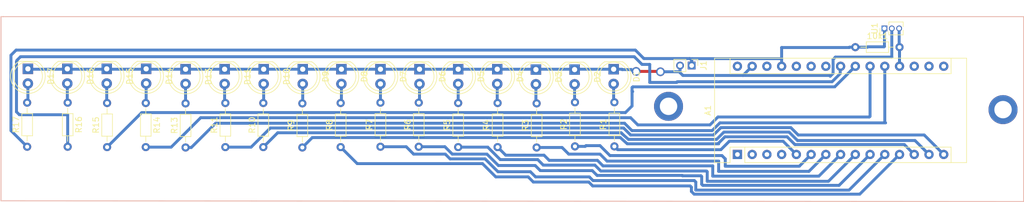
<source format=kicad_pcb>
(kicad_pcb (version 20171130) (host pcbnew 5.0.2-bee76a0~70~ubuntu18.04.1)

  (general
    (thickness 1.6)
    (drawings 5)
    (tracks 248)
    (zones 0)
    (modules 36)
    (nets 47)
  )

  (page A4)
  (title_block
    (title PlacaPropellerClock)
    (date "jeu. 02 avril 2015")
  )

  (layers
    (0 F.Cu signal)
    (31 B.Cu signal)
    (32 B.Adhes user)
    (33 F.Adhes user)
    (34 B.Paste user)
    (35 F.Paste user)
    (36 B.SilkS user)
    (37 F.SilkS user)
    (38 B.Mask user)
    (39 F.Mask user)
    (40 Dwgs.User user)
    (41 Cmts.User user)
    (42 Eco1.User user)
    (43 Eco2.User user)
    (44 Edge.Cuts user)
    (45 Margin user)
    (46 B.CrtYd user)
    (47 F.CrtYd user)
    (48 B.Fab user)
    (49 F.Fab user)
  )

  (setup
    (last_trace_width 0.5)
    (trace_clearance 0.2)
    (zone_clearance 0.508)
    (zone_45_only no)
    (trace_min 0.2)
    (segment_width 0.15)
    (edge_width 0.1)
    (via_size 0.6)
    (via_drill 0.4)
    (via_min_size 0.4)
    (via_min_drill 0.3)
    (uvia_size 0.3)
    (uvia_drill 0.1)
    (uvias_allowed no)
    (uvia_min_size 0.2)
    (uvia_min_drill 0.1)
    (pcb_text_width 0.3)
    (pcb_text_size 1.5 1.5)
    (mod_edge_width 0.15)
    (mod_text_size 1 1)
    (mod_text_width 0.15)
    (pad_size 1.5 1.5)
    (pad_drill 0.6)
    (pad_to_mask_clearance 0)
    (solder_mask_min_width 0.25)
    (aux_axis_origin 138.176 110.617)
    (visible_elements FFFFF77F)
    (pcbplotparams
      (layerselection 0x00030_80000001)
      (usegerberextensions false)
      (usegerberattributes false)
      (usegerberadvancedattributes false)
      (creategerberjobfile false)
      (excludeedgelayer true)
      (linewidth 0.100000)
      (plotframeref false)
      (viasonmask false)
      (mode 1)
      (useauxorigin false)
      (hpglpennumber 1)
      (hpglpenspeed 20)
      (hpglpendiameter 15.000000)
      (psnegative false)
      (psa4output false)
      (plotreference true)
      (plotvalue true)
      (plotinvisibletext false)
      (padsonsilk false)
      (subtractmaskfromsilk false)
      (outputformat 1)
      (mirror false)
      (drillshape 1)
      (scaleselection 1)
      (outputdirectory ""))
  )

  (net 0 "")
  (net 1 "Net-(10k1-Pad1)")
  (net 2 "Net-(10k1-Pad2)")
  (net 3 "Net-(A1-Pad1)")
  (net 4 "Net-(A1-Pad17)")
  (net 5 "Net-(A1-Pad2)")
  (net 6 "Net-(A1-Pad18)")
  (net 7 "Net-(A1-Pad3)")
  (net 8 "Net-(A1-Pad4)")
  (net 9 "Net-(A1-Pad20)")
  (net 10 "Net-(A1-Pad5)")
  (net 11 "Net-(A1-Pad21)")
  (net 12 "Net-(A1-Pad6)")
  (net 13 "Net-(A1-Pad22)")
  (net 14 "Net-(A1-Pad7)")
  (net 15 "Net-(A1-Pad23)")
  (net 16 "Net-(A1-Pad8)")
  (net 17 "Net-(A1-Pad24)")
  (net 18 "Net-(A1-Pad9)")
  (net 19 "Net-(A1-Pad25)")
  (net 20 "Net-(A1-Pad10)")
  (net 21 "Net-(A1-Pad26)")
  (net 22 "Net-(A1-Pad11)")
  (net 23 "Net-(A1-Pad12)")
  (net 24 "Net-(A1-Pad28)")
  (net 25 "Net-(A1-Pad13)")
  (net 26 "Net-(A1-Pad29)")
  (net 27 "Net-(A1-Pad14)")
  (net 28 "Net-(A1-Pad30)")
  (net 29 "Net-(A1-Pad15)")
  (net 30 "Net-(A1-Pad16)")
  (net 31 "Net-(D1-Pad2)")
  (net 32 "Net-(D2-Pad2)")
  (net 33 "Net-(D3-Pad2)")
  (net 34 "Net-(D4-Pad2)")
  (net 35 "Net-(D5-Pad2)")
  (net 36 "Net-(D6-Pad2)")
  (net 37 "Net-(D7-Pad2)")
  (net 38 "Net-(D8-Pad2)")
  (net 39 "Net-(D9-Pad2)")
  (net 40 "Net-(D10-Pad2)")
  (net 41 "Net-(D11-Pad2)")
  (net 42 "Net-(D13-Pad2)")
  (net 43 "Net-(D14-Pad2)")
  (net 44 "Net-(D15-Pad2)")
  (net 45 "Net-(D16-Pad2)")
  (net 46 "Net-(D17-Pad2)")

  (net_class Default "This is the default net class."
    (clearance 0.2)
    (trace_width 0.5)
    (via_dia 0.6)
    (via_drill 0.4)
    (uvia_dia 0.3)
    (uvia_drill 0.1)
    (add_net "Net-(10k1-Pad1)")
    (add_net "Net-(10k1-Pad2)")
    (add_net "Net-(A1-Pad1)")
    (add_net "Net-(A1-Pad10)")
    (add_net "Net-(A1-Pad11)")
    (add_net "Net-(A1-Pad12)")
    (add_net "Net-(A1-Pad13)")
    (add_net "Net-(A1-Pad14)")
    (add_net "Net-(A1-Pad15)")
    (add_net "Net-(A1-Pad16)")
    (add_net "Net-(A1-Pad17)")
    (add_net "Net-(A1-Pad18)")
    (add_net "Net-(A1-Pad2)")
    (add_net "Net-(A1-Pad20)")
    (add_net "Net-(A1-Pad21)")
    (add_net "Net-(A1-Pad22)")
    (add_net "Net-(A1-Pad23)")
    (add_net "Net-(A1-Pad24)")
    (add_net "Net-(A1-Pad25)")
    (add_net "Net-(A1-Pad26)")
    (add_net "Net-(A1-Pad28)")
    (add_net "Net-(A1-Pad29)")
    (add_net "Net-(A1-Pad3)")
    (add_net "Net-(A1-Pad30)")
    (add_net "Net-(A1-Pad4)")
    (add_net "Net-(A1-Pad5)")
    (add_net "Net-(A1-Pad6)")
    (add_net "Net-(A1-Pad7)")
    (add_net "Net-(A1-Pad8)")
    (add_net "Net-(A1-Pad9)")
    (add_net "Net-(D1-Pad2)")
    (add_net "Net-(D10-Pad2)")
    (add_net "Net-(D11-Pad2)")
    (add_net "Net-(D13-Pad2)")
    (add_net "Net-(D14-Pad2)")
    (add_net "Net-(D15-Pad2)")
    (add_net "Net-(D16-Pad2)")
    (add_net "Net-(D17-Pad2)")
    (add_net "Net-(D2-Pad2)")
    (add_net "Net-(D3-Pad2)")
    (add_net "Net-(D4-Pad2)")
    (add_net "Net-(D5-Pad2)")
    (add_net "Net-(D6-Pad2)")
    (add_net "Net-(D7-Pad2)")
    (add_net "Net-(D8-Pad2)")
    (add_net "Net-(D9-Pad2)")
  )

  (module Module:Arduino_Nano (layer F.Cu) (tedit 58ACAF70) (tstamp 5E4AA215)
    (at 170.053 115.6335 90)
    (descr "Arduino Nano, http://www.mouser.com/pdfdocs/Gravitech_Arduino_Nano3_0.pdf")
    (tags "Arduino Nano")
    (path /5E46A282)
    (fp_text reference A1 (at 7.62 -5.08 90) (layer F.SilkS)
      (effects (font (size 1 1) (thickness 0.15)))
    )
    (fp_text value Arduino_Nano_v3.x (at 8.89 19.05 180) (layer F.Fab)
      (effects (font (size 1 1) (thickness 0.15)))
    )
    (fp_text user %R (at 6.35 19.05 180) (layer F.Fab)
      (effects (font (size 1 1) (thickness 0.15)))
    )
    (fp_line (start 1.27 1.27) (end 1.27 -1.27) (layer F.SilkS) (width 0.12))
    (fp_line (start 1.27 -1.27) (end -1.4 -1.27) (layer F.SilkS) (width 0.12))
    (fp_line (start -1.4 1.27) (end -1.4 39.5) (layer F.SilkS) (width 0.12))
    (fp_line (start -1.4 -3.94) (end -1.4 -1.27) (layer F.SilkS) (width 0.12))
    (fp_line (start 13.97 -1.27) (end 16.64 -1.27) (layer F.SilkS) (width 0.12))
    (fp_line (start 13.97 -1.27) (end 13.97 36.83) (layer F.SilkS) (width 0.12))
    (fp_line (start 13.97 36.83) (end 16.64 36.83) (layer F.SilkS) (width 0.12))
    (fp_line (start 1.27 1.27) (end -1.4 1.27) (layer F.SilkS) (width 0.12))
    (fp_line (start 1.27 1.27) (end 1.27 36.83) (layer F.SilkS) (width 0.12))
    (fp_line (start 1.27 36.83) (end -1.4 36.83) (layer F.SilkS) (width 0.12))
    (fp_line (start 3.81 31.75) (end 11.43 31.75) (layer F.Fab) (width 0.1))
    (fp_line (start 11.43 31.75) (end 11.43 41.91) (layer F.Fab) (width 0.1))
    (fp_line (start 11.43 41.91) (end 3.81 41.91) (layer F.Fab) (width 0.1))
    (fp_line (start 3.81 41.91) (end 3.81 31.75) (layer F.Fab) (width 0.1))
    (fp_line (start -1.4 39.5) (end 16.64 39.5) (layer F.SilkS) (width 0.12))
    (fp_line (start 16.64 39.5) (end 16.64 -3.94) (layer F.SilkS) (width 0.12))
    (fp_line (start 16.64 -3.94) (end -1.4 -3.94) (layer F.SilkS) (width 0.12))
    (fp_line (start 16.51 39.37) (end -1.27 39.37) (layer F.Fab) (width 0.1))
    (fp_line (start -1.27 39.37) (end -1.27 -2.54) (layer F.Fab) (width 0.1))
    (fp_line (start -1.27 -2.54) (end 0 -3.81) (layer F.Fab) (width 0.1))
    (fp_line (start 0 -3.81) (end 16.51 -3.81) (layer F.Fab) (width 0.1))
    (fp_line (start 16.51 -3.81) (end 16.51 39.37) (layer F.Fab) (width 0.1))
    (fp_line (start -1.53 -4.06) (end 16.75 -4.06) (layer F.CrtYd) (width 0.05))
    (fp_line (start -1.53 -4.06) (end -1.53 42.16) (layer F.CrtYd) (width 0.05))
    (fp_line (start 16.75 42.16) (end 16.75 -4.06) (layer F.CrtYd) (width 0.05))
    (fp_line (start 16.75 42.16) (end -1.53 42.16) (layer F.CrtYd) (width 0.05))
    (pad 1 thru_hole rect (at 0 0 90) (size 1.6 1.6) (drill 0.8) (layers *.Cu *.Mask)
      (net 3 "Net-(A1-Pad1)"))
    (pad 17 thru_hole oval (at 15.24 33.02 90) (size 1.6 1.6) (drill 0.8) (layers *.Cu *.Mask)
      (net 4 "Net-(A1-Pad17)"))
    (pad 2 thru_hole oval (at 0 2.54 90) (size 1.6 1.6) (drill 0.8) (layers *.Cu *.Mask)
      (net 5 "Net-(A1-Pad2)"))
    (pad 18 thru_hole oval (at 15.24 30.48 90) (size 1.6 1.6) (drill 0.8) (layers *.Cu *.Mask)
      (net 6 "Net-(A1-Pad18)"))
    (pad 3 thru_hole oval (at 0 5.08 90) (size 1.6 1.6) (drill 0.8) (layers *.Cu *.Mask)
      (net 7 "Net-(A1-Pad3)"))
    (pad 19 thru_hole oval (at 15.24 27.94 90) (size 1.6 1.6) (drill 0.8) (layers *.Cu *.Mask)
      (net 2 "Net-(10k1-Pad2)"))
    (pad 4 thru_hole oval (at 0 7.62 90) (size 1.6 1.6) (drill 0.8) (layers *.Cu *.Mask)
      (net 8 "Net-(A1-Pad4)"))
    (pad 20 thru_hole oval (at 15.24 25.4 90) (size 1.6 1.6) (drill 0.8) (layers *.Cu *.Mask)
      (net 9 "Net-(A1-Pad20)"))
    (pad 5 thru_hole oval (at 0 10.16 90) (size 1.6 1.6) (drill 0.8) (layers *.Cu *.Mask)
      (net 10 "Net-(A1-Pad5)"))
    (pad 21 thru_hole oval (at 15.24 22.86 90) (size 1.6 1.6) (drill 0.8) (layers *.Cu *.Mask)
      (net 11 "Net-(A1-Pad21)"))
    (pad 6 thru_hole oval (at 0 12.7 90) (size 1.6 1.6) (drill 0.8) (layers *.Cu *.Mask)
      (net 12 "Net-(A1-Pad6)"))
    (pad 22 thru_hole oval (at 15.24 20.32 90) (size 1.6 1.6) (drill 0.8) (layers *.Cu *.Mask)
      (net 13 "Net-(A1-Pad22)"))
    (pad 7 thru_hole oval (at 0 15.24 90) (size 1.6 1.6) (drill 0.8) (layers *.Cu *.Mask)
      (net 14 "Net-(A1-Pad7)"))
    (pad 23 thru_hole oval (at 15.24 17.78 90) (size 1.6 1.6) (drill 0.8) (layers *.Cu *.Mask)
      (net 15 "Net-(A1-Pad23)"))
    (pad 8 thru_hole oval (at 0 17.78 90) (size 1.6 1.6) (drill 0.8) (layers *.Cu *.Mask)
      (net 16 "Net-(A1-Pad8)"))
    (pad 24 thru_hole oval (at 15.24 15.24 90) (size 1.6 1.6) (drill 0.8) (layers *.Cu *.Mask)
      (net 17 "Net-(A1-Pad24)"))
    (pad 9 thru_hole oval (at 0 20.32 90) (size 1.6 1.6) (drill 0.8) (layers *.Cu *.Mask)
      (net 18 "Net-(A1-Pad9)"))
    (pad 25 thru_hole oval (at 15.24 12.7 90) (size 1.6 1.6) (drill 0.8) (layers *.Cu *.Mask)
      (net 19 "Net-(A1-Pad25)"))
    (pad 10 thru_hole oval (at 0 22.86 90) (size 1.6 1.6) (drill 0.8) (layers *.Cu *.Mask)
      (net 20 "Net-(A1-Pad10)"))
    (pad 26 thru_hole oval (at 15.24 10.16 90) (size 1.6 1.6) (drill 0.8) (layers *.Cu *.Mask)
      (net 21 "Net-(A1-Pad26)"))
    (pad 11 thru_hole oval (at 0 25.4 90) (size 1.6 1.6) (drill 0.8) (layers *.Cu *.Mask)
      (net 22 "Net-(A1-Pad11)"))
    (pad 27 thru_hole oval (at 15.24 7.62 90) (size 1.6 1.6) (drill 0.8) (layers *.Cu *.Mask)
      (net 1 "Net-(10k1-Pad1)"))
    (pad 12 thru_hole oval (at 0 27.94 90) (size 1.6 1.6) (drill 0.8) (layers *.Cu *.Mask)
      (net 23 "Net-(A1-Pad12)"))
    (pad 28 thru_hole oval (at 15.24 5.08 90) (size 1.6 1.6) (drill 0.8) (layers *.Cu *.Mask)
      (net 24 "Net-(A1-Pad28)"))
    (pad 13 thru_hole oval (at 0 30.48 90) (size 1.6 1.6) (drill 0.8) (layers *.Cu *.Mask)
      (net 25 "Net-(A1-Pad13)"))
    (pad 29 thru_hole oval (at 15.24 2.54 90) (size 1.6 1.6) (drill 0.8) (layers *.Cu *.Mask)
      (net 26 "Net-(A1-Pad29)"))
    (pad 14 thru_hole oval (at 0 33.02 90) (size 1.6 1.6) (drill 0.8) (layers *.Cu *.Mask)
      (net 27 "Net-(A1-Pad14)"))
    (pad 30 thru_hole oval (at 15.24 0 90) (size 1.6 1.6) (drill 0.8) (layers *.Cu *.Mask)
      (net 28 "Net-(A1-Pad30)"))
    (pad 15 thru_hole oval (at 0 35.56 90) (size 1.6 1.6) (drill 0.8) (layers *.Cu *.Mask)
      (net 29 "Net-(A1-Pad15)"))
    (pad 16 thru_hole oval (at 15.24 35.56 90) (size 1.6 1.6) (drill 0.8) (layers *.Cu *.Mask)
      (net 30 "Net-(A1-Pad16)"))
    (model ${KISYS3DMOD}/Module.3dshapes/Arduino_Nano_WithMountingHoles.wrl
      (at (xyz 0 0 0))
      (scale (xyz 1 1 1))
      (rotate (xyz 0 0 0))
    )
  )

  (module Resistor_THT:R_Axial_DIN0204_L3.6mm_D1.6mm_P7.62mm_Horizontal (layer F.Cu) (tedit 5AE5139B) (tstamp 5E577268)
    (at 88.3285 114.3635 90)
    (descr "Resistor, Axial_DIN0204 series, Axial, Horizontal, pin pitch=7.62mm, 0.167W, length*diameter=3.6*1.6mm^2, http://cdn-reichelt.de/documents/datenblatt/B400/1_4W%23YAG.pdf")
    (tags "Resistor Axial_DIN0204 series Axial Horizontal pin pitch 7.62mm 0.167W length 3.6mm diameter 1.6mm")
    (path /5E46BA95)
    (fp_text reference R10 (at 3.81 -1.92 90) (layer F.SilkS)
      (effects (font (size 1 1) (thickness 0.15)))
    )
    (fp_text value R (at 3.81 1.92 90) (layer F.Fab)
      (effects (font (size 1 1) (thickness 0.15)))
    )
    (fp_line (start 2.01 -0.8) (end 2.01 0.8) (layer F.Fab) (width 0.1))
    (fp_line (start 2.01 0.8) (end 5.61 0.8) (layer F.Fab) (width 0.1))
    (fp_line (start 5.61 0.8) (end 5.61 -0.8) (layer F.Fab) (width 0.1))
    (fp_line (start 5.61 -0.8) (end 2.01 -0.8) (layer F.Fab) (width 0.1))
    (fp_line (start 0 0) (end 2.01 0) (layer F.Fab) (width 0.1))
    (fp_line (start 7.62 0) (end 5.61 0) (layer F.Fab) (width 0.1))
    (fp_line (start 1.89 -0.92) (end 1.89 0.92) (layer F.SilkS) (width 0.12))
    (fp_line (start 1.89 0.92) (end 5.73 0.92) (layer F.SilkS) (width 0.12))
    (fp_line (start 5.73 0.92) (end 5.73 -0.92) (layer F.SilkS) (width 0.12))
    (fp_line (start 5.73 -0.92) (end 1.89 -0.92) (layer F.SilkS) (width 0.12))
    (fp_line (start 0.94 0) (end 1.89 0) (layer F.SilkS) (width 0.12))
    (fp_line (start 6.68 0) (end 5.73 0) (layer F.SilkS) (width 0.12))
    (fp_line (start -0.95 -1.05) (end -0.95 1.05) (layer F.CrtYd) (width 0.05))
    (fp_line (start -0.95 1.05) (end 8.57 1.05) (layer F.CrtYd) (width 0.05))
    (fp_line (start 8.57 1.05) (end 8.57 -1.05) (layer F.CrtYd) (width 0.05))
    (fp_line (start 8.57 -1.05) (end -0.95 -1.05) (layer F.CrtYd) (width 0.05))
    (fp_text user %R (at 3.81 0 90) (layer F.Fab)
      (effects (font (size 0.72 0.72) (thickness 0.108)))
    )
    (pad 1 thru_hole circle (at 0 0 90) (size 1.4 1.4) (drill 0.7) (layers *.Cu *.Mask)
      (net 27 "Net-(A1-Pad14)"))
    (pad 2 thru_hole oval (at 7.62 0 90) (size 1.4 1.4) (drill 0.7) (layers *.Cu *.Mask)
      (net 40 "Net-(D10-Pad2)"))
    (model ${KISYS3DMOD}/Resistor_THT.3dshapes/R_Axial_DIN0204_L3.6mm_D1.6mm_P7.62mm_Horizontal.wrl
      (at (xyz 0 0 0))
      (scale (xyz 1 1 1))
      (rotate (xyz 0 0 0))
    )
  )

  (module Resistor_THT:R_Axial_DIN0204_L3.6mm_D1.6mm_P7.62mm_Horizontal (layer F.Cu) (tedit 5AE5139B) (tstamp 5E5771B8)
    (at 142.0495 114.2365 90)
    (descr "Resistor, Axial_DIN0204 series, Axial, Horizontal, pin pitch=7.62mm, 0.167W, length*diameter=3.6*1.6mm^2, http://cdn-reichelt.de/documents/datenblatt/B400/1_4W%23YAG.pdf")
    (tags "Resistor Axial_DIN0204 series Axial Horizontal pin pitch 7.62mm 0.167W length 3.6mm diameter 1.6mm")
    (path /5E46AD1C)
    (fp_text reference R2 (at 3.81 -1.92 90) (layer F.SilkS)
      (effects (font (size 1 1) (thickness 0.15)))
    )
    (fp_text value R (at 3.81 1.92 90) (layer F.Fab)
      (effects (font (size 1 1) (thickness 0.15)))
    )
    (fp_line (start 2.01 -0.8) (end 2.01 0.8) (layer F.Fab) (width 0.1))
    (fp_line (start 2.01 0.8) (end 5.61 0.8) (layer F.Fab) (width 0.1))
    (fp_line (start 5.61 0.8) (end 5.61 -0.8) (layer F.Fab) (width 0.1))
    (fp_line (start 5.61 -0.8) (end 2.01 -0.8) (layer F.Fab) (width 0.1))
    (fp_line (start 0 0) (end 2.01 0) (layer F.Fab) (width 0.1))
    (fp_line (start 7.62 0) (end 5.61 0) (layer F.Fab) (width 0.1))
    (fp_line (start 1.89 -0.92) (end 1.89 0.92) (layer F.SilkS) (width 0.12))
    (fp_line (start 1.89 0.92) (end 5.73 0.92) (layer F.SilkS) (width 0.12))
    (fp_line (start 5.73 0.92) (end 5.73 -0.92) (layer F.SilkS) (width 0.12))
    (fp_line (start 5.73 -0.92) (end 1.89 -0.92) (layer F.SilkS) (width 0.12))
    (fp_line (start 0.94 0) (end 1.89 0) (layer F.SilkS) (width 0.12))
    (fp_line (start 6.68 0) (end 5.73 0) (layer F.SilkS) (width 0.12))
    (fp_line (start -0.95 -1.05) (end -0.95 1.05) (layer F.CrtYd) (width 0.05))
    (fp_line (start -0.95 1.05) (end 8.57 1.05) (layer F.CrtYd) (width 0.05))
    (fp_line (start 8.57 1.05) (end 8.57 -1.05) (layer F.CrtYd) (width 0.05))
    (fp_line (start 8.57 -1.05) (end -0.95 -1.05) (layer F.CrtYd) (width 0.05))
    (fp_text user %R (at 3.81 0 90) (layer F.Fab)
      (effects (font (size 0.72 0.72) (thickness 0.108)))
    )
    (pad 1 thru_hole circle (at 0 0 90) (size 1.4 1.4) (drill 0.7) (layers *.Cu *.Mask)
      (net 12 "Net-(A1-Pad6)"))
    (pad 2 thru_hole oval (at 7.62 0 90) (size 1.4 1.4) (drill 0.7) (layers *.Cu *.Mask)
      (net 32 "Net-(D2-Pad2)"))
    (model ${KISYS3DMOD}/Resistor_THT.3dshapes/R_Axial_DIN0204_L3.6mm_D1.6mm_P7.62mm_Horizontal.wrl
      (at (xyz 0 0 0))
      (scale (xyz 1 1 1))
      (rotate (xyz 0 0 0))
    )
  )

  (module LED_THT:LED_D5.0mm (layer F.Cu) (tedit 5995936A) (tstamp 5E577092)
    (at 148.717 100.9015 270)
    (descr "LED, diameter 5.0mm, 2 pins, http://cdn-reichelt.de/documents/datenblatt/A500/LL-504BC2E-009.pdf")
    (tags "LED diameter 5.0mm 2 pins")
    (path /5E46A4CF)
    (fp_text reference D1 (at 1.27 -3.96 270) (layer F.SilkS)
      (effects (font (size 1 1) (thickness 0.15)))
    )
    (fp_text value LED (at 1.27 3.96 270) (layer F.Fab)
      (effects (font (size 1 1) (thickness 0.15)))
    )
    (fp_arc (start 1.27 0) (end -1.23 -1.469694) (angle 299.1) (layer F.Fab) (width 0.1))
    (fp_arc (start 1.27 0) (end -1.29 -1.54483) (angle 148.9) (layer F.SilkS) (width 0.12))
    (fp_arc (start 1.27 0) (end -1.29 1.54483) (angle -148.9) (layer F.SilkS) (width 0.12))
    (fp_circle (center 1.27 0) (end 3.77 0) (layer F.Fab) (width 0.1))
    (fp_circle (center 1.27 0) (end 3.77 0) (layer F.SilkS) (width 0.12))
    (fp_line (start -1.23 -1.469694) (end -1.23 1.469694) (layer F.Fab) (width 0.1))
    (fp_line (start -1.29 -1.545) (end -1.29 1.545) (layer F.SilkS) (width 0.12))
    (fp_line (start -1.95 -3.25) (end -1.95 3.25) (layer F.CrtYd) (width 0.05))
    (fp_line (start -1.95 3.25) (end 4.5 3.25) (layer F.CrtYd) (width 0.05))
    (fp_line (start 4.5 3.25) (end 4.5 -3.25) (layer F.CrtYd) (width 0.05))
    (fp_line (start 4.5 -3.25) (end -1.95 -3.25) (layer F.CrtYd) (width 0.05))
    (fp_text user %R (at 1.25 0 270) (layer F.Fab)
      (effects (font (size 0.8 0.8) (thickness 0.2)))
    )
    (pad 1 thru_hole rect (at 0 0 270) (size 1.8 1.8) (drill 0.9) (layers *.Cu *.Mask)
      (net 26 "Net-(A1-Pad29)"))
    (pad 2 thru_hole circle (at 2.54 0 270) (size 1.8 1.8) (drill 0.9) (layers *.Cu *.Mask)
      (net 31 "Net-(D1-Pad2)"))
    (model ${KISYS3DMOD}/LED_THT.3dshapes/LED_D5.0mm.wrl
      (at (xyz 0 0 0))
      (scale (xyz 1 1 1))
      (rotate (xyz 0 0 0))
    )
  )

  (module LED_THT:LED_D5.0mm (layer F.Cu) (tedit 5995936A) (tstamp 5E5770A3)
    (at 141.986 100.965 270)
    (descr "LED, diameter 5.0mm, 2 pins, http://cdn-reichelt.de/documents/datenblatt/A500/LL-504BC2E-009.pdf")
    (tags "LED diameter 5.0mm 2 pins")
    (path /5E46A6D2)
    (fp_text reference D2 (at 1.27 -3.96 270) (layer F.SilkS)
      (effects (font (size 1 1) (thickness 0.15)))
    )
    (fp_text value LED (at 1.27 3.96 270) (layer F.Fab)
      (effects (font (size 1 1) (thickness 0.15)))
    )
    (fp_text user %R (at 1.25 0 270) (layer F.Fab)
      (effects (font (size 0.8 0.8) (thickness 0.2)))
    )
    (fp_line (start 4.5 -3.25) (end -1.95 -3.25) (layer F.CrtYd) (width 0.05))
    (fp_line (start 4.5 3.25) (end 4.5 -3.25) (layer F.CrtYd) (width 0.05))
    (fp_line (start -1.95 3.25) (end 4.5 3.25) (layer F.CrtYd) (width 0.05))
    (fp_line (start -1.95 -3.25) (end -1.95 3.25) (layer F.CrtYd) (width 0.05))
    (fp_line (start -1.29 -1.545) (end -1.29 1.545) (layer F.SilkS) (width 0.12))
    (fp_line (start -1.23 -1.469694) (end -1.23 1.469694) (layer F.Fab) (width 0.1))
    (fp_circle (center 1.27 0) (end 3.77 0) (layer F.SilkS) (width 0.12))
    (fp_circle (center 1.27 0) (end 3.77 0) (layer F.Fab) (width 0.1))
    (fp_arc (start 1.27 0) (end -1.29 1.54483) (angle -148.9) (layer F.SilkS) (width 0.12))
    (fp_arc (start 1.27 0) (end -1.29 -1.54483) (angle 148.9) (layer F.SilkS) (width 0.12))
    (fp_arc (start 1.27 0) (end -1.23 -1.469694) (angle 299.1) (layer F.Fab) (width 0.1))
    (pad 2 thru_hole circle (at 2.54 0 270) (size 1.8 1.8) (drill 0.9) (layers *.Cu *.Mask)
      (net 32 "Net-(D2-Pad2)"))
    (pad 1 thru_hole rect (at 0 0 270) (size 1.8 1.8) (drill 0.9) (layers *.Cu *.Mask)
      (net 26 "Net-(A1-Pad29)"))
    (model ${KISYS3DMOD}/LED_THT.3dshapes/LED_D5.0mm.wrl
      (at (xyz 0 0 0))
      (scale (xyz 1 1 1))
      (rotate (xyz 0 0 0))
    )
  )

  (module LED_THT:LED_D5.0mm (layer F.Cu) (tedit 5995936A) (tstamp 5E5770B4)
    (at 135.3185 100.965 270)
    (descr "LED, diameter 5.0mm, 2 pins, http://cdn-reichelt.de/documents/datenblatt/A500/LL-504BC2E-009.pdf")
    (tags "LED diameter 5.0mm 2 pins")
    (path /5E46A7AD)
    (fp_text reference D3 (at 1.27 -3.96 270) (layer F.SilkS)
      (effects (font (size 1 1) (thickness 0.15)))
    )
    (fp_text value LED (at 1.27 3.96 270) (layer F.Fab)
      (effects (font (size 1 1) (thickness 0.15)))
    )
    (fp_text user %R (at 1.25 0 270) (layer F.Fab)
      (effects (font (size 0.8 0.8) (thickness 0.2)))
    )
    (fp_line (start 4.5 -3.25) (end -1.95 -3.25) (layer F.CrtYd) (width 0.05))
    (fp_line (start 4.5 3.25) (end 4.5 -3.25) (layer F.CrtYd) (width 0.05))
    (fp_line (start -1.95 3.25) (end 4.5 3.25) (layer F.CrtYd) (width 0.05))
    (fp_line (start -1.95 -3.25) (end -1.95 3.25) (layer F.CrtYd) (width 0.05))
    (fp_line (start -1.29 -1.545) (end -1.29 1.545) (layer F.SilkS) (width 0.12))
    (fp_line (start -1.23 -1.469694) (end -1.23 1.469694) (layer F.Fab) (width 0.1))
    (fp_circle (center 1.27 0) (end 3.77 0) (layer F.SilkS) (width 0.12))
    (fp_circle (center 1.27 0) (end 3.77 0) (layer F.Fab) (width 0.1))
    (fp_arc (start 1.27 0) (end -1.29 1.54483) (angle -148.9) (layer F.SilkS) (width 0.12))
    (fp_arc (start 1.27 0) (end -1.29 -1.54483) (angle 148.9) (layer F.SilkS) (width 0.12))
    (fp_arc (start 1.27 0) (end -1.23 -1.469694) (angle 299.1) (layer F.Fab) (width 0.1))
    (pad 2 thru_hole circle (at 2.54 0 270) (size 1.8 1.8) (drill 0.9) (layers *.Cu *.Mask)
      (net 33 "Net-(D3-Pad2)"))
    (pad 1 thru_hole rect (at 0 0 270) (size 1.8 1.8) (drill 0.9) (layers *.Cu *.Mask)
      (net 26 "Net-(A1-Pad29)"))
    (model ${KISYS3DMOD}/LED_THT.3dshapes/LED_D5.0mm.wrl
      (at (xyz 0 0 0))
      (scale (xyz 1 1 1))
      (rotate (xyz 0 0 0))
    )
  )

  (module LED_THT:LED_D5.0mm (layer F.Cu) (tedit 5995936A) (tstamp 5E5770C5)
    (at 128.651 100.9015 270)
    (descr "LED, diameter 5.0mm, 2 pins, http://cdn-reichelt.de/documents/datenblatt/A500/LL-504BC2E-009.pdf")
    (tags "LED diameter 5.0mm 2 pins")
    (path /5E46A7EF)
    (fp_text reference D4 (at 1.27 -3.96 270) (layer F.SilkS)
      (effects (font (size 1 1) (thickness 0.15)))
    )
    (fp_text value LED (at 1.27 3.96 270) (layer F.Fab)
      (effects (font (size 1 1) (thickness 0.15)))
    )
    (fp_text user %R (at 1.25 0 270) (layer F.Fab)
      (effects (font (size 0.8 0.8) (thickness 0.2)))
    )
    (fp_line (start 4.5 -3.25) (end -1.95 -3.25) (layer F.CrtYd) (width 0.05))
    (fp_line (start 4.5 3.25) (end 4.5 -3.25) (layer F.CrtYd) (width 0.05))
    (fp_line (start -1.95 3.25) (end 4.5 3.25) (layer F.CrtYd) (width 0.05))
    (fp_line (start -1.95 -3.25) (end -1.95 3.25) (layer F.CrtYd) (width 0.05))
    (fp_line (start -1.29 -1.545) (end -1.29 1.545) (layer F.SilkS) (width 0.12))
    (fp_line (start -1.23 -1.469694) (end -1.23 1.469694) (layer F.Fab) (width 0.1))
    (fp_circle (center 1.27 0) (end 3.77 0) (layer F.SilkS) (width 0.12))
    (fp_circle (center 1.27 0) (end 3.77 0) (layer F.Fab) (width 0.1))
    (fp_arc (start 1.27 0) (end -1.29 1.54483) (angle -148.9) (layer F.SilkS) (width 0.12))
    (fp_arc (start 1.27 0) (end -1.29 -1.54483) (angle 148.9) (layer F.SilkS) (width 0.12))
    (fp_arc (start 1.27 0) (end -1.23 -1.469694) (angle 299.1) (layer F.Fab) (width 0.1))
    (pad 2 thru_hole circle (at 2.54 0 270) (size 1.8 1.8) (drill 0.9) (layers *.Cu *.Mask)
      (net 34 "Net-(D4-Pad2)"))
    (pad 1 thru_hole rect (at 0 0 270) (size 1.8 1.8) (drill 0.9) (layers *.Cu *.Mask)
      (net 26 "Net-(A1-Pad29)"))
    (model ${KISYS3DMOD}/LED_THT.3dshapes/LED_D5.0mm.wrl
      (at (xyz 0 0 0))
      (scale (xyz 1 1 1))
      (rotate (xyz 0 0 0))
    )
  )

  (module LED_THT:LED_D5.0mm (layer F.Cu) (tedit 5995936A) (tstamp 5E5770D6)
    (at 121.92 100.9015 270)
    (descr "LED, diameter 5.0mm, 2 pins, http://cdn-reichelt.de/documents/datenblatt/A500/LL-504BC2E-009.pdf")
    (tags "LED diameter 5.0mm 2 pins")
    (path /5E46A849)
    (fp_text reference D5 (at 1.27 -3.96 270) (layer F.SilkS)
      (effects (font (size 1 1) (thickness 0.15)))
    )
    (fp_text value LED (at 1.27 3.96 270) (layer F.Fab)
      (effects (font (size 1 1) (thickness 0.15)))
    )
    (fp_arc (start 1.27 0) (end -1.23 -1.469694) (angle 299.1) (layer F.Fab) (width 0.1))
    (fp_arc (start 1.27 0) (end -1.29 -1.54483) (angle 148.9) (layer F.SilkS) (width 0.12))
    (fp_arc (start 1.27 0) (end -1.29 1.54483) (angle -148.9) (layer F.SilkS) (width 0.12))
    (fp_circle (center 1.27 0) (end 3.77 0) (layer F.Fab) (width 0.1))
    (fp_circle (center 1.27 0) (end 3.77 0) (layer F.SilkS) (width 0.12))
    (fp_line (start -1.23 -1.469694) (end -1.23 1.469694) (layer F.Fab) (width 0.1))
    (fp_line (start -1.29 -1.545) (end -1.29 1.545) (layer F.SilkS) (width 0.12))
    (fp_line (start -1.95 -3.25) (end -1.95 3.25) (layer F.CrtYd) (width 0.05))
    (fp_line (start -1.95 3.25) (end 4.5 3.25) (layer F.CrtYd) (width 0.05))
    (fp_line (start 4.5 3.25) (end 4.5 -3.25) (layer F.CrtYd) (width 0.05))
    (fp_line (start 4.5 -3.25) (end -1.95 -3.25) (layer F.CrtYd) (width 0.05))
    (fp_text user %R (at 1.25 0 270) (layer F.Fab)
      (effects (font (size 0.8 0.8) (thickness 0.2)))
    )
    (pad 1 thru_hole rect (at 0 0 270) (size 1.8 1.8) (drill 0.9) (layers *.Cu *.Mask)
      (net 26 "Net-(A1-Pad29)"))
    (pad 2 thru_hole circle (at 2.54 0 270) (size 1.8 1.8) (drill 0.9) (layers *.Cu *.Mask)
      (net 35 "Net-(D5-Pad2)"))
    (model ${KISYS3DMOD}/LED_THT.3dshapes/LED_D5.0mm.wrl
      (at (xyz 0 0 0))
      (scale (xyz 1 1 1))
      (rotate (xyz 0 0 0))
    )
  )

  (module LED_THT:LED_D5.0mm (layer F.Cu) (tedit 5995936A) (tstamp 5E5770E7)
    (at 115.2525 100.9015 270)
    (descr "LED, diameter 5.0mm, 2 pins, http://cdn-reichelt.de/documents/datenblatt/A500/LL-504BC2E-009.pdf")
    (tags "LED diameter 5.0mm 2 pins")
    (path /5E46A88C)
    (fp_text reference D6 (at 1.27 -3.96 270) (layer F.SilkS)
      (effects (font (size 1 1) (thickness 0.15)))
    )
    (fp_text value LED (at 1.27 3.96 270) (layer F.Fab)
      (effects (font (size 1 1) (thickness 0.15)))
    )
    (fp_arc (start 1.27 0) (end -1.23 -1.469694) (angle 299.1) (layer F.Fab) (width 0.1))
    (fp_arc (start 1.27 0) (end -1.29 -1.54483) (angle 148.9) (layer F.SilkS) (width 0.12))
    (fp_arc (start 1.27 0) (end -1.29 1.54483) (angle -148.9) (layer F.SilkS) (width 0.12))
    (fp_circle (center 1.27 0) (end 3.77 0) (layer F.Fab) (width 0.1))
    (fp_circle (center 1.27 0) (end 3.77 0) (layer F.SilkS) (width 0.12))
    (fp_line (start -1.23 -1.469694) (end -1.23 1.469694) (layer F.Fab) (width 0.1))
    (fp_line (start -1.29 -1.545) (end -1.29 1.545) (layer F.SilkS) (width 0.12))
    (fp_line (start -1.95 -3.25) (end -1.95 3.25) (layer F.CrtYd) (width 0.05))
    (fp_line (start -1.95 3.25) (end 4.5 3.25) (layer F.CrtYd) (width 0.05))
    (fp_line (start 4.5 3.25) (end 4.5 -3.25) (layer F.CrtYd) (width 0.05))
    (fp_line (start 4.5 -3.25) (end -1.95 -3.25) (layer F.CrtYd) (width 0.05))
    (fp_text user %R (at 1.25 0 270) (layer F.Fab)
      (effects (font (size 0.8 0.8) (thickness 0.2)))
    )
    (pad 1 thru_hole rect (at 0 0 270) (size 1.8 1.8) (drill 0.9) (layers *.Cu *.Mask)
      (net 26 "Net-(A1-Pad29)"))
    (pad 2 thru_hole circle (at 2.54 0 270) (size 1.8 1.8) (drill 0.9) (layers *.Cu *.Mask)
      (net 36 "Net-(D6-Pad2)"))
    (model ${KISYS3DMOD}/LED_THT.3dshapes/LED_D5.0mm.wrl
      (at (xyz 0 0 0))
      (scale (xyz 1 1 1))
      (rotate (xyz 0 0 0))
    )
  )

  (module LED_THT:LED_D5.0mm (layer F.Cu) (tedit 5995936A) (tstamp 5E5770F8)
    (at 108.5215 100.9015 270)
    (descr "LED, diameter 5.0mm, 2 pins, http://cdn-reichelt.de/documents/datenblatt/A500/LL-504BC2E-009.pdf")
    (tags "LED diameter 5.0mm 2 pins")
    (path /5E46BA5D)
    (fp_text reference D7 (at 1.27 -3.96 270) (layer F.SilkS)
      (effects (font (size 1 1) (thickness 0.15)))
    )
    (fp_text value LED (at 1.27 3.96 270) (layer F.Fab)
      (effects (font (size 1 1) (thickness 0.15)))
    )
    (fp_text user %R (at 1.25 0 270) (layer F.Fab)
      (effects (font (size 0.8 0.8) (thickness 0.2)))
    )
    (fp_line (start 4.5 -3.25) (end -1.95 -3.25) (layer F.CrtYd) (width 0.05))
    (fp_line (start 4.5 3.25) (end 4.5 -3.25) (layer F.CrtYd) (width 0.05))
    (fp_line (start -1.95 3.25) (end 4.5 3.25) (layer F.CrtYd) (width 0.05))
    (fp_line (start -1.95 -3.25) (end -1.95 3.25) (layer F.CrtYd) (width 0.05))
    (fp_line (start -1.29 -1.545) (end -1.29 1.545) (layer F.SilkS) (width 0.12))
    (fp_line (start -1.23 -1.469694) (end -1.23 1.469694) (layer F.Fab) (width 0.1))
    (fp_circle (center 1.27 0) (end 3.77 0) (layer F.SilkS) (width 0.12))
    (fp_circle (center 1.27 0) (end 3.77 0) (layer F.Fab) (width 0.1))
    (fp_arc (start 1.27 0) (end -1.29 1.54483) (angle -148.9) (layer F.SilkS) (width 0.12))
    (fp_arc (start 1.27 0) (end -1.29 -1.54483) (angle 148.9) (layer F.SilkS) (width 0.12))
    (fp_arc (start 1.27 0) (end -1.23 -1.469694) (angle 299.1) (layer F.Fab) (width 0.1))
    (pad 2 thru_hole circle (at 2.54 0 270) (size 1.8 1.8) (drill 0.9) (layers *.Cu *.Mask)
      (net 37 "Net-(D7-Pad2)"))
    (pad 1 thru_hole rect (at 0 0 270) (size 1.8 1.8) (drill 0.9) (layers *.Cu *.Mask)
      (net 26 "Net-(A1-Pad29)"))
    (model ${KISYS3DMOD}/LED_THT.3dshapes/LED_D5.0mm.wrl
      (at (xyz 0 0 0))
      (scale (xyz 1 1 1))
      (rotate (xyz 0 0 0))
    )
  )

  (module LED_THT:LED_D5.0mm (layer F.Cu) (tedit 5995936A) (tstamp 5E577109)
    (at 101.7905 100.9015 270)
    (descr "LED, diameter 5.0mm, 2 pins, http://cdn-reichelt.de/documents/datenblatt/A500/LL-504BC2E-009.pdf")
    (tags "LED diameter 5.0mm 2 pins")
    (path /5E46BA4F)
    (fp_text reference D8 (at 1.27 -3.96 270) (layer F.SilkS)
      (effects (font (size 1 1) (thickness 0.15)))
    )
    (fp_text value LED (at 1.27 3.96 270) (layer F.Fab)
      (effects (font (size 1 1) (thickness 0.15)))
    )
    (fp_text user %R (at 1.25 0 270) (layer F.Fab)
      (effects (font (size 0.8 0.8) (thickness 0.2)))
    )
    (fp_line (start 4.5 -3.25) (end -1.95 -3.25) (layer F.CrtYd) (width 0.05))
    (fp_line (start 4.5 3.25) (end 4.5 -3.25) (layer F.CrtYd) (width 0.05))
    (fp_line (start -1.95 3.25) (end 4.5 3.25) (layer F.CrtYd) (width 0.05))
    (fp_line (start -1.95 -3.25) (end -1.95 3.25) (layer F.CrtYd) (width 0.05))
    (fp_line (start -1.29 -1.545) (end -1.29 1.545) (layer F.SilkS) (width 0.12))
    (fp_line (start -1.23 -1.469694) (end -1.23 1.469694) (layer F.Fab) (width 0.1))
    (fp_circle (center 1.27 0) (end 3.77 0) (layer F.SilkS) (width 0.12))
    (fp_circle (center 1.27 0) (end 3.77 0) (layer F.Fab) (width 0.1))
    (fp_arc (start 1.27 0) (end -1.29 1.54483) (angle -148.9) (layer F.SilkS) (width 0.12))
    (fp_arc (start 1.27 0) (end -1.29 -1.54483) (angle 148.9) (layer F.SilkS) (width 0.12))
    (fp_arc (start 1.27 0) (end -1.23 -1.469694) (angle 299.1) (layer F.Fab) (width 0.1))
    (pad 2 thru_hole circle (at 2.54 0 270) (size 1.8 1.8) (drill 0.9) (layers *.Cu *.Mask)
      (net 38 "Net-(D8-Pad2)"))
    (pad 1 thru_hole rect (at 0 0 270) (size 1.8 1.8) (drill 0.9) (layers *.Cu *.Mask)
      (net 26 "Net-(A1-Pad29)"))
    (model ${KISYS3DMOD}/LED_THT.3dshapes/LED_D5.0mm.wrl
      (at (xyz 0 0 0))
      (scale (xyz 1 1 1))
      (rotate (xyz 0 0 0))
    )
  )

  (module LED_THT:LED_D5.0mm (layer F.Cu) (tedit 5995936A) (tstamp 5E57711A)
    (at 95.123 100.9015 270)
    (descr "LED, diameter 5.0mm, 2 pins, http://cdn-reichelt.de/documents/datenblatt/A500/LL-504BC2E-009.pdf")
    (tags "LED diameter 5.0mm 2 pins")
    (path /5E46BA56)
    (fp_text reference D9 (at 1.27 -3.96 270) (layer F.SilkS)
      (effects (font (size 1 1) (thickness 0.15)))
    )
    (fp_text value LED (at 1.27 3.96 270) (layer F.Fab)
      (effects (font (size 1 1) (thickness 0.15)))
    )
    (fp_text user %R (at 1.25 0 270) (layer F.Fab)
      (effects (font (size 0.8 0.8) (thickness 0.2)))
    )
    (fp_line (start 4.5 -3.25) (end -1.95 -3.25) (layer F.CrtYd) (width 0.05))
    (fp_line (start 4.5 3.25) (end 4.5 -3.25) (layer F.CrtYd) (width 0.05))
    (fp_line (start -1.95 3.25) (end 4.5 3.25) (layer F.CrtYd) (width 0.05))
    (fp_line (start -1.95 -3.25) (end -1.95 3.25) (layer F.CrtYd) (width 0.05))
    (fp_line (start -1.29 -1.545) (end -1.29 1.545) (layer F.SilkS) (width 0.12))
    (fp_line (start -1.23 -1.469694) (end -1.23 1.469694) (layer F.Fab) (width 0.1))
    (fp_circle (center 1.27 0) (end 3.77 0) (layer F.SilkS) (width 0.12))
    (fp_circle (center 1.27 0) (end 3.77 0) (layer F.Fab) (width 0.1))
    (fp_arc (start 1.27 0) (end -1.29 1.54483) (angle -148.9) (layer F.SilkS) (width 0.12))
    (fp_arc (start 1.27 0) (end -1.29 -1.54483) (angle 148.9) (layer F.SilkS) (width 0.12))
    (fp_arc (start 1.27 0) (end -1.23 -1.469694) (angle 299.1) (layer F.Fab) (width 0.1))
    (pad 2 thru_hole circle (at 2.54 0 270) (size 1.8 1.8) (drill 0.9) (layers *.Cu *.Mask)
      (net 39 "Net-(D9-Pad2)"))
    (pad 1 thru_hole rect (at 0 0 270) (size 1.8 1.8) (drill 0.9) (layers *.Cu *.Mask)
      (net 26 "Net-(A1-Pad29)"))
    (model ${KISYS3DMOD}/LED_THT.3dshapes/LED_D5.0mm.wrl
      (at (xyz 0 0 0))
      (scale (xyz 1 1 1))
      (rotate (xyz 0 0 0))
    )
  )

  (module LED_THT:LED_D5.0mm (layer F.Cu) (tedit 5995936A) (tstamp 5E57712B)
    (at 88.392 100.9015 270)
    (descr "LED, diameter 5.0mm, 2 pins, http://cdn-reichelt.de/documents/datenblatt/A500/LL-504BC2E-009.pdf")
    (tags "LED diameter 5.0mm 2 pins")
    (path /5E46BA64)
    (fp_text reference D10 (at 1.27 -3.96 270) (layer F.SilkS)
      (effects (font (size 1 1) (thickness 0.15)))
    )
    (fp_text value LED (at 1.27 3.96 270) (layer F.Fab)
      (effects (font (size 1 1) (thickness 0.15)))
    )
    (fp_arc (start 1.27 0) (end -1.23 -1.469694) (angle 299.1) (layer F.Fab) (width 0.1))
    (fp_arc (start 1.27 0) (end -1.29 -1.54483) (angle 148.9) (layer F.SilkS) (width 0.12))
    (fp_arc (start 1.27 0) (end -1.29 1.54483) (angle -148.9) (layer F.SilkS) (width 0.12))
    (fp_circle (center 1.27 0) (end 3.77 0) (layer F.Fab) (width 0.1))
    (fp_circle (center 1.27 0) (end 3.77 0) (layer F.SilkS) (width 0.12))
    (fp_line (start -1.23 -1.469694) (end -1.23 1.469694) (layer F.Fab) (width 0.1))
    (fp_line (start -1.29 -1.545) (end -1.29 1.545) (layer F.SilkS) (width 0.12))
    (fp_line (start -1.95 -3.25) (end -1.95 3.25) (layer F.CrtYd) (width 0.05))
    (fp_line (start -1.95 3.25) (end 4.5 3.25) (layer F.CrtYd) (width 0.05))
    (fp_line (start 4.5 3.25) (end 4.5 -3.25) (layer F.CrtYd) (width 0.05))
    (fp_line (start 4.5 -3.25) (end -1.95 -3.25) (layer F.CrtYd) (width 0.05))
    (fp_text user %R (at 1.25 0 270) (layer F.Fab)
      (effects (font (size 0.8 0.8) (thickness 0.2)))
    )
    (pad 1 thru_hole rect (at 0 0 270) (size 1.8 1.8) (drill 0.9) (layers *.Cu *.Mask)
      (net 26 "Net-(A1-Pad29)"))
    (pad 2 thru_hole circle (at 2.54 0 270) (size 1.8 1.8) (drill 0.9) (layers *.Cu *.Mask)
      (net 40 "Net-(D10-Pad2)"))
    (model ${KISYS3DMOD}/LED_THT.3dshapes/LED_D5.0mm.wrl
      (at (xyz 0 0 0))
      (scale (xyz 1 1 1))
      (rotate (xyz 0 0 0))
    )
  )

  (module LED_THT:LED_D5.0mm (layer F.Cu) (tedit 5995936A) (tstamp 5E57713C)
    (at 81.661 100.9015 270)
    (descr "LED, diameter 5.0mm, 2 pins, http://cdn-reichelt.de/documents/datenblatt/A500/LL-504BC2E-009.pdf")
    (tags "LED diameter 5.0mm 2 pins")
    (path /5E46BA6B)
    (fp_text reference D11 (at 1.27 -3.96 270) (layer F.SilkS)
      (effects (font (size 1 1) (thickness 0.15)))
    )
    (fp_text value LED (at 1.27 3.96 270) (layer F.Fab)
      (effects (font (size 1 1) (thickness 0.15)))
    )
    (fp_text user %R (at 1.25 0 270) (layer F.Fab)
      (effects (font (size 0.8 0.8) (thickness 0.2)))
    )
    (fp_line (start 4.5 -3.25) (end -1.95 -3.25) (layer F.CrtYd) (width 0.05))
    (fp_line (start 4.5 3.25) (end 4.5 -3.25) (layer F.CrtYd) (width 0.05))
    (fp_line (start -1.95 3.25) (end 4.5 3.25) (layer F.CrtYd) (width 0.05))
    (fp_line (start -1.95 -3.25) (end -1.95 3.25) (layer F.CrtYd) (width 0.05))
    (fp_line (start -1.29 -1.545) (end -1.29 1.545) (layer F.SilkS) (width 0.12))
    (fp_line (start -1.23 -1.469694) (end -1.23 1.469694) (layer F.Fab) (width 0.1))
    (fp_circle (center 1.27 0) (end 3.77 0) (layer F.SilkS) (width 0.12))
    (fp_circle (center 1.27 0) (end 3.77 0) (layer F.Fab) (width 0.1))
    (fp_arc (start 1.27 0) (end -1.29 1.54483) (angle -148.9) (layer F.SilkS) (width 0.12))
    (fp_arc (start 1.27 0) (end -1.29 -1.54483) (angle 148.9) (layer F.SilkS) (width 0.12))
    (fp_arc (start 1.27 0) (end -1.23 -1.469694) (angle 299.1) (layer F.Fab) (width 0.1))
    (pad 2 thru_hole circle (at 2.54 0 270) (size 1.8 1.8) (drill 0.9) (layers *.Cu *.Mask)
      (net 41 "Net-(D11-Pad2)"))
    (pad 1 thru_hole rect (at 0 0 270) (size 1.8 1.8) (drill 0.9) (layers *.Cu *.Mask)
      (net 26 "Net-(A1-Pad29)"))
    (model ${KISYS3DMOD}/LED_THT.3dshapes/LED_D5.0mm.wrl
      (at (xyz 0 0 0))
      (scale (xyz 1 1 1))
      (rotate (xyz 0 0 0))
    )
  )

  (module LED_THT:LED_D5.0mm (layer F.Cu) (tedit 5995936A) (tstamp 5E57714D)
    (at 74.93 100.9015 270)
    (descr "LED, diameter 5.0mm, 2 pins, http://cdn-reichelt.de/documents/datenblatt/A500/LL-504BC2E-009.pdf")
    (tags "LED diameter 5.0mm 2 pins")
    (path /5E46BA79)
    (fp_text reference D13 (at 1.27 -3.96 270) (layer F.SilkS)
      (effects (font (size 1 1) (thickness 0.15)))
    )
    (fp_text value LED (at 1.27 3.96 270) (layer F.Fab)
      (effects (font (size 1 1) (thickness 0.15)))
    )
    (fp_arc (start 1.27 0) (end -1.23 -1.469694) (angle 299.1) (layer F.Fab) (width 0.1))
    (fp_arc (start 1.27 0) (end -1.29 -1.54483) (angle 148.9) (layer F.SilkS) (width 0.12))
    (fp_arc (start 1.27 0) (end -1.29 1.54483) (angle -148.9) (layer F.SilkS) (width 0.12))
    (fp_circle (center 1.27 0) (end 3.77 0) (layer F.Fab) (width 0.1))
    (fp_circle (center 1.27 0) (end 3.77 0) (layer F.SilkS) (width 0.12))
    (fp_line (start -1.23 -1.469694) (end -1.23 1.469694) (layer F.Fab) (width 0.1))
    (fp_line (start -1.29 -1.545) (end -1.29 1.545) (layer F.SilkS) (width 0.12))
    (fp_line (start -1.95 -3.25) (end -1.95 3.25) (layer F.CrtYd) (width 0.05))
    (fp_line (start -1.95 3.25) (end 4.5 3.25) (layer F.CrtYd) (width 0.05))
    (fp_line (start 4.5 3.25) (end 4.5 -3.25) (layer F.CrtYd) (width 0.05))
    (fp_line (start 4.5 -3.25) (end -1.95 -3.25) (layer F.CrtYd) (width 0.05))
    (fp_text user %R (at 1.25 0 270) (layer F.Fab)
      (effects (font (size 0.8 0.8) (thickness 0.2)))
    )
    (pad 1 thru_hole rect (at 0 0 270) (size 1.8 1.8) (drill 0.9) (layers *.Cu *.Mask)
      (net 26 "Net-(A1-Pad29)"))
    (pad 2 thru_hole circle (at 2.54 0 270) (size 1.8 1.8) (drill 0.9) (layers *.Cu *.Mask)
      (net 42 "Net-(D13-Pad2)"))
    (model ${KISYS3DMOD}/LED_THT.3dshapes/LED_D5.0mm.wrl
      (at (xyz 0 0 0))
      (scale (xyz 1 1 1))
      (rotate (xyz 0 0 0))
    )
  )

  (module LED_THT:LED_D5.0mm (layer F.Cu) (tedit 5995936A) (tstamp 5E57715E)
    (at 68.1355 100.838 270)
    (descr "LED, diameter 5.0mm, 2 pins, http://cdn-reichelt.de/documents/datenblatt/A500/LL-504BC2E-009.pdf")
    (tags "LED diameter 5.0mm 2 pins")
    (path /5E481A87)
    (fp_text reference D14 (at 1.27 -3.96 270) (layer F.SilkS)
      (effects (font (size 1 1) (thickness 0.15)))
    )
    (fp_text value LED (at 1.27 3.96 270) (layer F.Fab)
      (effects (font (size 1 1) (thickness 0.15)))
    )
    (fp_arc (start 1.27 0) (end -1.23 -1.469694) (angle 299.1) (layer F.Fab) (width 0.1))
    (fp_arc (start 1.27 0) (end -1.29 -1.54483) (angle 148.9) (layer F.SilkS) (width 0.12))
    (fp_arc (start 1.27 0) (end -1.29 1.54483) (angle -148.9) (layer F.SilkS) (width 0.12))
    (fp_circle (center 1.27 0) (end 3.77 0) (layer F.Fab) (width 0.1))
    (fp_circle (center 1.27 0) (end 3.77 0) (layer F.SilkS) (width 0.12))
    (fp_line (start -1.23 -1.469694) (end -1.23 1.469694) (layer F.Fab) (width 0.1))
    (fp_line (start -1.29 -1.545) (end -1.29 1.545) (layer F.SilkS) (width 0.12))
    (fp_line (start -1.95 -3.25) (end -1.95 3.25) (layer F.CrtYd) (width 0.05))
    (fp_line (start -1.95 3.25) (end 4.5 3.25) (layer F.CrtYd) (width 0.05))
    (fp_line (start 4.5 3.25) (end 4.5 -3.25) (layer F.CrtYd) (width 0.05))
    (fp_line (start 4.5 -3.25) (end -1.95 -3.25) (layer F.CrtYd) (width 0.05))
    (fp_text user %R (at 1.25 0 270) (layer F.Fab)
      (effects (font (size 0.8 0.8) (thickness 0.2)))
    )
    (pad 1 thru_hole rect (at 0 0 270) (size 1.8 1.8) (drill 0.9) (layers *.Cu *.Mask)
      (net 26 "Net-(A1-Pad29)"))
    (pad 2 thru_hole circle (at 2.54 0 270) (size 1.8 1.8) (drill 0.9) (layers *.Cu *.Mask)
      (net 43 "Net-(D14-Pad2)"))
    (model ${KISYS3DMOD}/LED_THT.3dshapes/LED_D5.0mm.wrl
      (at (xyz 0 0 0))
      (scale (xyz 1 1 1))
      (rotate (xyz 0 0 0))
    )
  )

  (module LED_THT:LED_D5.0mm (layer F.Cu) (tedit 5995936A) (tstamp 5E57716F)
    (at 61.341 100.838 270)
    (descr "LED, diameter 5.0mm, 2 pins, http://cdn-reichelt.de/documents/datenblatt/A500/LL-504BC2E-009.pdf")
    (tags "LED diameter 5.0mm 2 pins")
    (path /5E482492)
    (fp_text reference D15 (at 1.27 -3.96 270) (layer F.SilkS)
      (effects (font (size 1 1) (thickness 0.15)))
    )
    (fp_text value LED (at 1.27 3.96 270) (layer F.Fab)
      (effects (font (size 1 1) (thickness 0.15)))
    )
    (fp_text user %R (at 1.25 0 270) (layer F.Fab)
      (effects (font (size 0.8 0.8) (thickness 0.2)))
    )
    (fp_line (start 4.5 -3.25) (end -1.95 -3.25) (layer F.CrtYd) (width 0.05))
    (fp_line (start 4.5 3.25) (end 4.5 -3.25) (layer F.CrtYd) (width 0.05))
    (fp_line (start -1.95 3.25) (end 4.5 3.25) (layer F.CrtYd) (width 0.05))
    (fp_line (start -1.95 -3.25) (end -1.95 3.25) (layer F.CrtYd) (width 0.05))
    (fp_line (start -1.29 -1.545) (end -1.29 1.545) (layer F.SilkS) (width 0.12))
    (fp_line (start -1.23 -1.469694) (end -1.23 1.469694) (layer F.Fab) (width 0.1))
    (fp_circle (center 1.27 0) (end 3.77 0) (layer F.SilkS) (width 0.12))
    (fp_circle (center 1.27 0) (end 3.77 0) (layer F.Fab) (width 0.1))
    (fp_arc (start 1.27 0) (end -1.29 1.54483) (angle -148.9) (layer F.SilkS) (width 0.12))
    (fp_arc (start 1.27 0) (end -1.29 -1.54483) (angle 148.9) (layer F.SilkS) (width 0.12))
    (fp_arc (start 1.27 0) (end -1.23 -1.469694) (angle 299.1) (layer F.Fab) (width 0.1))
    (pad 2 thru_hole circle (at 2.54 0 270) (size 1.8 1.8) (drill 0.9) (layers *.Cu *.Mask)
      (net 44 "Net-(D15-Pad2)"))
    (pad 1 thru_hole rect (at 0 0 270) (size 1.8 1.8) (drill 0.9) (layers *.Cu *.Mask)
      (net 26 "Net-(A1-Pad29)"))
    (model ${KISYS3DMOD}/LED_THT.3dshapes/LED_D5.0mm.wrl
      (at (xyz 0 0 0))
      (scale (xyz 1 1 1))
      (rotate (xyz 0 0 0))
    )
  )

  (module LED_THT:LED_D5.0mm (layer F.Cu) (tedit 5995936A) (tstamp 5E577180)
    (at 54.5465 100.838 270)
    (descr "LED, diameter 5.0mm, 2 pins, http://cdn-reichelt.de/documents/datenblatt/A500/LL-504BC2E-009.pdf")
    (tags "LED diameter 5.0mm 2 pins")
    (path /5E482499)
    (fp_text reference D16 (at 1.27 -3.96 270) (layer F.SilkS)
      (effects (font (size 1 1) (thickness 0.15)))
    )
    (fp_text value LED (at 1.27 3.96 270) (layer F.Fab)
      (effects (font (size 1 1) (thickness 0.15)))
    )
    (fp_arc (start 1.27 0) (end -1.23 -1.469694) (angle 299.1) (layer F.Fab) (width 0.1))
    (fp_arc (start 1.27 0) (end -1.29 -1.54483) (angle 148.9) (layer F.SilkS) (width 0.12))
    (fp_arc (start 1.27 0) (end -1.29 1.54483) (angle -148.9) (layer F.SilkS) (width 0.12))
    (fp_circle (center 1.27 0) (end 3.77 0) (layer F.Fab) (width 0.1))
    (fp_circle (center 1.27 0) (end 3.77 0) (layer F.SilkS) (width 0.12))
    (fp_line (start -1.23 -1.469694) (end -1.23 1.469694) (layer F.Fab) (width 0.1))
    (fp_line (start -1.29 -1.545) (end -1.29 1.545) (layer F.SilkS) (width 0.12))
    (fp_line (start -1.95 -3.25) (end -1.95 3.25) (layer F.CrtYd) (width 0.05))
    (fp_line (start -1.95 3.25) (end 4.5 3.25) (layer F.CrtYd) (width 0.05))
    (fp_line (start 4.5 3.25) (end 4.5 -3.25) (layer F.CrtYd) (width 0.05))
    (fp_line (start 4.5 -3.25) (end -1.95 -3.25) (layer F.CrtYd) (width 0.05))
    (fp_text user %R (at 1.25 0 270) (layer F.Fab)
      (effects (font (size 0.8 0.8) (thickness 0.2)))
    )
    (pad 1 thru_hole rect (at 0 0 270) (size 1.8 1.8) (drill 0.9) (layers *.Cu *.Mask)
      (net 26 "Net-(A1-Pad29)"))
    (pad 2 thru_hole circle (at 2.54 0 270) (size 1.8 1.8) (drill 0.9) (layers *.Cu *.Mask)
      (net 45 "Net-(D16-Pad2)"))
    (model ${KISYS3DMOD}/LED_THT.3dshapes/LED_D5.0mm.wrl
      (at (xyz 0 0 0))
      (scale (xyz 1 1 1))
      (rotate (xyz 0 0 0))
    )
  )

  (module LED_THT:LED_D5.0mm (layer F.Cu) (tedit 5995936A) (tstamp 5E577191)
    (at 47.752 100.838 270)
    (descr "LED, diameter 5.0mm, 2 pins, http://cdn-reichelt.de/documents/datenblatt/A500/LL-504BC2E-009.pdf")
    (tags "LED diameter 5.0mm 2 pins")
    (path /5E4C260A)
    (fp_text reference D17 (at 1.27 -3.96 270) (layer F.SilkS)
      (effects (font (size 1 1) (thickness 0.15)))
    )
    (fp_text value LED (at 1.27 3.96 270) (layer F.Fab)
      (effects (font (size 1 1) (thickness 0.15)))
    )
    (fp_arc (start 1.27 0) (end -1.23 -1.469694) (angle 299.1) (layer F.Fab) (width 0.1))
    (fp_arc (start 1.27 0) (end -1.29 -1.54483) (angle 148.9) (layer F.SilkS) (width 0.12))
    (fp_arc (start 1.27 0) (end -1.29 1.54483) (angle -148.9) (layer F.SilkS) (width 0.12))
    (fp_circle (center 1.27 0) (end 3.77 0) (layer F.Fab) (width 0.1))
    (fp_circle (center 1.27 0) (end 3.77 0) (layer F.SilkS) (width 0.12))
    (fp_line (start -1.23 -1.469694) (end -1.23 1.469694) (layer F.Fab) (width 0.1))
    (fp_line (start -1.29 -1.545) (end -1.29 1.545) (layer F.SilkS) (width 0.12))
    (fp_line (start -1.95 -3.25) (end -1.95 3.25) (layer F.CrtYd) (width 0.05))
    (fp_line (start -1.95 3.25) (end 4.5 3.25) (layer F.CrtYd) (width 0.05))
    (fp_line (start 4.5 3.25) (end 4.5 -3.25) (layer F.CrtYd) (width 0.05))
    (fp_line (start 4.5 -3.25) (end -1.95 -3.25) (layer F.CrtYd) (width 0.05))
    (fp_text user %R (at 1.25 0 270) (layer F.Fab)
      (effects (font (size 0.8 0.8) (thickness 0.2)))
    )
    (pad 1 thru_hole rect (at 0 0 270) (size 1.8 1.8) (drill 0.9) (layers *.Cu *.Mask)
      (net 26 "Net-(A1-Pad29)"))
    (pad 2 thru_hole circle (at 2.54 0 270) (size 1.8 1.8) (drill 0.9) (layers *.Cu *.Mask)
      (net 46 "Net-(D17-Pad2)"))
    (model ${KISYS3DMOD}/LED_THT.3dshapes/LED_D5.0mm.wrl
      (at (xyz 0 0 0))
      (scale (xyz 1 1 1))
      (rotate (xyz 0 0 0))
    )
  )

  (module Resistor_THT:R_Axial_DIN0204_L3.6mm_D1.6mm_P7.62mm_Horizontal (layer F.Cu) (tedit 5AE5139B) (tstamp 5E5771A2)
    (at 148.844 114.2365 90)
    (descr "Resistor, Axial_DIN0204 series, Axial, Horizontal, pin pitch=7.62mm, 0.167W, length*diameter=3.6*1.6mm^2, http://cdn-reichelt.de/documents/datenblatt/B400/1_4W%23YAG.pdf")
    (tags "Resistor Axial_DIN0204 series Axial Horizontal pin pitch 7.62mm 0.167W length 3.6mm diameter 1.6mm")
    (path /5E46ACA2)
    (fp_text reference R1 (at 3.81 -1.92 90) (layer F.SilkS)
      (effects (font (size 1 1) (thickness 0.15)))
    )
    (fp_text value R (at 3.81 1.92 90) (layer F.Fab)
      (effects (font (size 1 1) (thickness 0.15)))
    )
    (fp_text user %R (at 3.81 0 90) (layer F.Fab)
      (effects (font (size 0.72 0.72) (thickness 0.108)))
    )
    (fp_line (start 8.57 -1.05) (end -0.95 -1.05) (layer F.CrtYd) (width 0.05))
    (fp_line (start 8.57 1.05) (end 8.57 -1.05) (layer F.CrtYd) (width 0.05))
    (fp_line (start -0.95 1.05) (end 8.57 1.05) (layer F.CrtYd) (width 0.05))
    (fp_line (start -0.95 -1.05) (end -0.95 1.05) (layer F.CrtYd) (width 0.05))
    (fp_line (start 6.68 0) (end 5.73 0) (layer F.SilkS) (width 0.12))
    (fp_line (start 0.94 0) (end 1.89 0) (layer F.SilkS) (width 0.12))
    (fp_line (start 5.73 -0.92) (end 1.89 -0.92) (layer F.SilkS) (width 0.12))
    (fp_line (start 5.73 0.92) (end 5.73 -0.92) (layer F.SilkS) (width 0.12))
    (fp_line (start 1.89 0.92) (end 5.73 0.92) (layer F.SilkS) (width 0.12))
    (fp_line (start 1.89 -0.92) (end 1.89 0.92) (layer F.SilkS) (width 0.12))
    (fp_line (start 7.62 0) (end 5.61 0) (layer F.Fab) (width 0.1))
    (fp_line (start 0 0) (end 2.01 0) (layer F.Fab) (width 0.1))
    (fp_line (start 5.61 -0.8) (end 2.01 -0.8) (layer F.Fab) (width 0.1))
    (fp_line (start 5.61 0.8) (end 5.61 -0.8) (layer F.Fab) (width 0.1))
    (fp_line (start 2.01 0.8) (end 5.61 0.8) (layer F.Fab) (width 0.1))
    (fp_line (start 2.01 -0.8) (end 2.01 0.8) (layer F.Fab) (width 0.1))
    (pad 2 thru_hole oval (at 7.62 0 90) (size 1.4 1.4) (drill 0.7) (layers *.Cu *.Mask)
      (net 31 "Net-(D1-Pad2)"))
    (pad 1 thru_hole circle (at 0 0 90) (size 1.4 1.4) (drill 0.7) (layers *.Cu *.Mask)
      (net 10 "Net-(A1-Pad5)"))
    (model ${KISYS3DMOD}/Resistor_THT.3dshapes/R_Axial_DIN0204_L3.6mm_D1.6mm_P7.62mm_Horizontal.wrl
      (at (xyz 0 0 0))
      (scale (xyz 1 1 1))
      (rotate (xyz 0 0 0))
    )
  )

  (module Resistor_THT:R_Axial_DIN0204_L3.6mm_D1.6mm_P7.62mm_Horizontal (layer F.Cu) (tedit 5AE5139B) (tstamp 5E5771CE)
    (at 135.4455 114.427 90)
    (descr "Resistor, Axial_DIN0204 series, Axial, Horizontal, pin pitch=7.62mm, 0.167W, length*diameter=3.6*1.6mm^2, http://cdn-reichelt.de/documents/datenblatt/B400/1_4W%23YAG.pdf")
    (tags "Resistor Axial_DIN0204 series Axial Horizontal pin pitch 7.62mm 0.167W length 3.6mm diameter 1.6mm")
    (path /5E46AD84)
    (fp_text reference R3 (at 3.81 -1.92 90) (layer F.SilkS)
      (effects (font (size 1 1) (thickness 0.15)))
    )
    (fp_text value R (at 3.81 1.92 90) (layer F.Fab)
      (effects (font (size 1 1) (thickness 0.15)))
    )
    (fp_text user %R (at 3.81 0 90) (layer F.Fab)
      (effects (font (size 0.72 0.72) (thickness 0.108)))
    )
    (fp_line (start 8.57 -1.05) (end -0.95 -1.05) (layer F.CrtYd) (width 0.05))
    (fp_line (start 8.57 1.05) (end 8.57 -1.05) (layer F.CrtYd) (width 0.05))
    (fp_line (start -0.95 1.05) (end 8.57 1.05) (layer F.CrtYd) (width 0.05))
    (fp_line (start -0.95 -1.05) (end -0.95 1.05) (layer F.CrtYd) (width 0.05))
    (fp_line (start 6.68 0) (end 5.73 0) (layer F.SilkS) (width 0.12))
    (fp_line (start 0.94 0) (end 1.89 0) (layer F.SilkS) (width 0.12))
    (fp_line (start 5.73 -0.92) (end 1.89 -0.92) (layer F.SilkS) (width 0.12))
    (fp_line (start 5.73 0.92) (end 5.73 -0.92) (layer F.SilkS) (width 0.12))
    (fp_line (start 1.89 0.92) (end 5.73 0.92) (layer F.SilkS) (width 0.12))
    (fp_line (start 1.89 -0.92) (end 1.89 0.92) (layer F.SilkS) (width 0.12))
    (fp_line (start 7.62 0) (end 5.61 0) (layer F.Fab) (width 0.1))
    (fp_line (start 0 0) (end 2.01 0) (layer F.Fab) (width 0.1))
    (fp_line (start 5.61 -0.8) (end 2.01 -0.8) (layer F.Fab) (width 0.1))
    (fp_line (start 5.61 0.8) (end 5.61 -0.8) (layer F.Fab) (width 0.1))
    (fp_line (start 2.01 0.8) (end 5.61 0.8) (layer F.Fab) (width 0.1))
    (fp_line (start 2.01 -0.8) (end 2.01 0.8) (layer F.Fab) (width 0.1))
    (pad 2 thru_hole oval (at 7.62 0 90) (size 1.4 1.4) (drill 0.7) (layers *.Cu *.Mask)
      (net 33 "Net-(D3-Pad2)"))
    (pad 1 thru_hole circle (at 0 0 90) (size 1.4 1.4) (drill 0.7) (layers *.Cu *.Mask)
      (net 14 "Net-(A1-Pad7)"))
    (model ${KISYS3DMOD}/Resistor_THT.3dshapes/R_Axial_DIN0204_L3.6mm_D1.6mm_P7.62mm_Horizontal.wrl
      (at (xyz 0 0 0))
      (scale (xyz 1 1 1))
      (rotate (xyz 0 0 0))
    )
  )

  (module Resistor_THT:R_Axial_DIN0204_L3.6mm_D1.6mm_P7.62mm_Horizontal (layer F.Cu) (tedit 5AE5139B) (tstamp 5E5771E4)
    (at 128.7145 114.3635 90)
    (descr "Resistor, Axial_DIN0204 series, Axial, Horizontal, pin pitch=7.62mm, 0.167W, length*diameter=3.6*1.6mm^2, http://cdn-reichelt.de/documents/datenblatt/B400/1_4W%23YAG.pdf")
    (tags "Resistor Axial_DIN0204 series Axial Horizontal pin pitch 7.62mm 0.167W length 3.6mm diameter 1.6mm")
    (path /5E46ADCE)
    (fp_text reference R4 (at 3.81 -1.92 90) (layer F.SilkS)
      (effects (font (size 1 1) (thickness 0.15)))
    )
    (fp_text value R (at 3.81 1.92 90) (layer F.Fab)
      (effects (font (size 1 1) (thickness 0.15)))
    )
    (fp_line (start 2.01 -0.8) (end 2.01 0.8) (layer F.Fab) (width 0.1))
    (fp_line (start 2.01 0.8) (end 5.61 0.8) (layer F.Fab) (width 0.1))
    (fp_line (start 5.61 0.8) (end 5.61 -0.8) (layer F.Fab) (width 0.1))
    (fp_line (start 5.61 -0.8) (end 2.01 -0.8) (layer F.Fab) (width 0.1))
    (fp_line (start 0 0) (end 2.01 0) (layer F.Fab) (width 0.1))
    (fp_line (start 7.62 0) (end 5.61 0) (layer F.Fab) (width 0.1))
    (fp_line (start 1.89 -0.92) (end 1.89 0.92) (layer F.SilkS) (width 0.12))
    (fp_line (start 1.89 0.92) (end 5.73 0.92) (layer F.SilkS) (width 0.12))
    (fp_line (start 5.73 0.92) (end 5.73 -0.92) (layer F.SilkS) (width 0.12))
    (fp_line (start 5.73 -0.92) (end 1.89 -0.92) (layer F.SilkS) (width 0.12))
    (fp_line (start 0.94 0) (end 1.89 0) (layer F.SilkS) (width 0.12))
    (fp_line (start 6.68 0) (end 5.73 0) (layer F.SilkS) (width 0.12))
    (fp_line (start -0.95 -1.05) (end -0.95 1.05) (layer F.CrtYd) (width 0.05))
    (fp_line (start -0.95 1.05) (end 8.57 1.05) (layer F.CrtYd) (width 0.05))
    (fp_line (start 8.57 1.05) (end 8.57 -1.05) (layer F.CrtYd) (width 0.05))
    (fp_line (start 8.57 -1.05) (end -0.95 -1.05) (layer F.CrtYd) (width 0.05))
    (fp_text user %R (at 3.81 0 90) (layer F.Fab)
      (effects (font (size 0.72 0.72) (thickness 0.108)))
    )
    (pad 1 thru_hole circle (at 0 0 90) (size 1.4 1.4) (drill 0.7) (layers *.Cu *.Mask)
      (net 16 "Net-(A1-Pad8)"))
    (pad 2 thru_hole oval (at 7.62 0 90) (size 1.4 1.4) (drill 0.7) (layers *.Cu *.Mask)
      (net 34 "Net-(D4-Pad2)"))
    (model ${KISYS3DMOD}/Resistor_THT.3dshapes/R_Axial_DIN0204_L3.6mm_D1.6mm_P7.62mm_Horizontal.wrl
      (at (xyz 0 0 0))
      (scale (xyz 1 1 1))
      (rotate (xyz 0 0 0))
    )
  )

  (module Resistor_THT:R_Axial_DIN0204_L3.6mm_D1.6mm_P7.62mm_Horizontal (layer F.Cu) (tedit 5AE5139B) (tstamp 5E5771FA)
    (at 121.92 114.3635 90)
    (descr "Resistor, Axial_DIN0204 series, Axial, Horizontal, pin pitch=7.62mm, 0.167W, length*diameter=3.6*1.6mm^2, http://cdn-reichelt.de/documents/datenblatt/B400/1_4W%23YAG.pdf")
    (tags "Resistor Axial_DIN0204 series Axial Horizontal pin pitch 7.62mm 0.167W length 3.6mm diameter 1.6mm")
    (path /5E471323)
    (fp_text reference R5 (at 3.81 -1.92 90) (layer F.SilkS)
      (effects (font (size 1 1) (thickness 0.15)))
    )
    (fp_text value R (at 3.81 1.92 90) (layer F.Fab)
      (effects (font (size 1 1) (thickness 0.15)))
    )
    (fp_line (start 2.01 -0.8) (end 2.01 0.8) (layer F.Fab) (width 0.1))
    (fp_line (start 2.01 0.8) (end 5.61 0.8) (layer F.Fab) (width 0.1))
    (fp_line (start 5.61 0.8) (end 5.61 -0.8) (layer F.Fab) (width 0.1))
    (fp_line (start 5.61 -0.8) (end 2.01 -0.8) (layer F.Fab) (width 0.1))
    (fp_line (start 0 0) (end 2.01 0) (layer F.Fab) (width 0.1))
    (fp_line (start 7.62 0) (end 5.61 0) (layer F.Fab) (width 0.1))
    (fp_line (start 1.89 -0.92) (end 1.89 0.92) (layer F.SilkS) (width 0.12))
    (fp_line (start 1.89 0.92) (end 5.73 0.92) (layer F.SilkS) (width 0.12))
    (fp_line (start 5.73 0.92) (end 5.73 -0.92) (layer F.SilkS) (width 0.12))
    (fp_line (start 5.73 -0.92) (end 1.89 -0.92) (layer F.SilkS) (width 0.12))
    (fp_line (start 0.94 0) (end 1.89 0) (layer F.SilkS) (width 0.12))
    (fp_line (start 6.68 0) (end 5.73 0) (layer F.SilkS) (width 0.12))
    (fp_line (start -0.95 -1.05) (end -0.95 1.05) (layer F.CrtYd) (width 0.05))
    (fp_line (start -0.95 1.05) (end 8.57 1.05) (layer F.CrtYd) (width 0.05))
    (fp_line (start 8.57 1.05) (end 8.57 -1.05) (layer F.CrtYd) (width 0.05))
    (fp_line (start 8.57 -1.05) (end -0.95 -1.05) (layer F.CrtYd) (width 0.05))
    (fp_text user %R (at 3.81 0 90) (layer F.Fab)
      (effects (font (size 0.72 0.72) (thickness 0.108)))
    )
    (pad 1 thru_hole circle (at 0 0 90) (size 1.4 1.4) (drill 0.7) (layers *.Cu *.Mask)
      (net 18 "Net-(A1-Pad9)"))
    (pad 2 thru_hole oval (at 7.62 0 90) (size 1.4 1.4) (drill 0.7) (layers *.Cu *.Mask)
      (net 35 "Net-(D5-Pad2)"))
    (model ${KISYS3DMOD}/Resistor_THT.3dshapes/R_Axial_DIN0204_L3.6mm_D1.6mm_P7.62mm_Horizontal.wrl
      (at (xyz 0 0 0))
      (scale (xyz 1 1 1))
      (rotate (xyz 0 0 0))
    )
  )

  (module Resistor_THT:R_Axial_DIN0204_L3.6mm_D1.6mm_P7.62mm_Horizontal (layer F.Cu) (tedit 5AE5139B) (tstamp 5E577210)
    (at 115.1255 114.3 90)
    (descr "Resistor, Axial_DIN0204 series, Axial, Horizontal, pin pitch=7.62mm, 0.167W, length*diameter=3.6*1.6mm^2, http://cdn-reichelt.de/documents/datenblatt/B400/1_4W%23YAG.pdf")
    (tags "Resistor Axial_DIN0204 series Axial Horizontal pin pitch 7.62mm 0.167W length 3.6mm diameter 1.6mm")
    (path /5E46B34D)
    (fp_text reference R6 (at 3.81 -1.92 90) (layer F.SilkS)
      (effects (font (size 1 1) (thickness 0.15)))
    )
    (fp_text value R (at 3.81 1.92 90) (layer F.Fab)
      (effects (font (size 1 1) (thickness 0.15)))
    )
    (fp_text user %R (at 3.81 0 90) (layer F.Fab)
      (effects (font (size 0.72 0.72) (thickness 0.108)))
    )
    (fp_line (start 8.57 -1.05) (end -0.95 -1.05) (layer F.CrtYd) (width 0.05))
    (fp_line (start 8.57 1.05) (end 8.57 -1.05) (layer F.CrtYd) (width 0.05))
    (fp_line (start -0.95 1.05) (end 8.57 1.05) (layer F.CrtYd) (width 0.05))
    (fp_line (start -0.95 -1.05) (end -0.95 1.05) (layer F.CrtYd) (width 0.05))
    (fp_line (start 6.68 0) (end 5.73 0) (layer F.SilkS) (width 0.12))
    (fp_line (start 0.94 0) (end 1.89 0) (layer F.SilkS) (width 0.12))
    (fp_line (start 5.73 -0.92) (end 1.89 -0.92) (layer F.SilkS) (width 0.12))
    (fp_line (start 5.73 0.92) (end 5.73 -0.92) (layer F.SilkS) (width 0.12))
    (fp_line (start 1.89 0.92) (end 5.73 0.92) (layer F.SilkS) (width 0.12))
    (fp_line (start 1.89 -0.92) (end 1.89 0.92) (layer F.SilkS) (width 0.12))
    (fp_line (start 7.62 0) (end 5.61 0) (layer F.Fab) (width 0.1))
    (fp_line (start 0 0) (end 2.01 0) (layer F.Fab) (width 0.1))
    (fp_line (start 5.61 -0.8) (end 2.01 -0.8) (layer F.Fab) (width 0.1))
    (fp_line (start 5.61 0.8) (end 5.61 -0.8) (layer F.Fab) (width 0.1))
    (fp_line (start 2.01 0.8) (end 5.61 0.8) (layer F.Fab) (width 0.1))
    (fp_line (start 2.01 -0.8) (end 2.01 0.8) (layer F.Fab) (width 0.1))
    (pad 2 thru_hole oval (at 7.62 0 90) (size 1.4 1.4) (drill 0.7) (layers *.Cu *.Mask)
      (net 36 "Net-(D6-Pad2)"))
    (pad 1 thru_hole circle (at 0 0 90) (size 1.4 1.4) (drill 0.7) (layers *.Cu *.Mask)
      (net 20 "Net-(A1-Pad10)"))
    (model ${KISYS3DMOD}/Resistor_THT.3dshapes/R_Axial_DIN0204_L3.6mm_D1.6mm_P7.62mm_Horizontal.wrl
      (at (xyz 0 0 0))
      (scale (xyz 1 1 1))
      (rotate (xyz 0 0 0))
    )
  )

  (module Resistor_THT:R_Axial_DIN0204_L3.6mm_D1.6mm_P7.62mm_Horizontal (layer F.Cu) (tedit 5AE5139B) (tstamp 5E577226)
    (at 108.5215 114.3 90)
    (descr "Resistor, Axial_DIN0204 series, Axial, Horizontal, pin pitch=7.62mm, 0.167W, length*diameter=3.6*1.6mm^2, http://cdn-reichelt.de/documents/datenblatt/B400/1_4W%23YAG.pdf")
    (tags "Resistor Axial_DIN0204 series Axial Horizontal pin pitch 7.62mm 0.167W length 3.6mm diameter 1.6mm")
    (path /5E46BA80)
    (fp_text reference R7 (at 3.81 -1.92 90) (layer F.SilkS)
      (effects (font (size 1 1) (thickness 0.15)))
    )
    (fp_text value R (at 3.81 1.92 90) (layer F.Fab)
      (effects (font (size 1 1) (thickness 0.15)))
    )
    (fp_line (start 2.01 -0.8) (end 2.01 0.8) (layer F.Fab) (width 0.1))
    (fp_line (start 2.01 0.8) (end 5.61 0.8) (layer F.Fab) (width 0.1))
    (fp_line (start 5.61 0.8) (end 5.61 -0.8) (layer F.Fab) (width 0.1))
    (fp_line (start 5.61 -0.8) (end 2.01 -0.8) (layer F.Fab) (width 0.1))
    (fp_line (start 0 0) (end 2.01 0) (layer F.Fab) (width 0.1))
    (fp_line (start 7.62 0) (end 5.61 0) (layer F.Fab) (width 0.1))
    (fp_line (start 1.89 -0.92) (end 1.89 0.92) (layer F.SilkS) (width 0.12))
    (fp_line (start 1.89 0.92) (end 5.73 0.92) (layer F.SilkS) (width 0.12))
    (fp_line (start 5.73 0.92) (end 5.73 -0.92) (layer F.SilkS) (width 0.12))
    (fp_line (start 5.73 -0.92) (end 1.89 -0.92) (layer F.SilkS) (width 0.12))
    (fp_line (start 0.94 0) (end 1.89 0) (layer F.SilkS) (width 0.12))
    (fp_line (start 6.68 0) (end 5.73 0) (layer F.SilkS) (width 0.12))
    (fp_line (start -0.95 -1.05) (end -0.95 1.05) (layer F.CrtYd) (width 0.05))
    (fp_line (start -0.95 1.05) (end 8.57 1.05) (layer F.CrtYd) (width 0.05))
    (fp_line (start 8.57 1.05) (end 8.57 -1.05) (layer F.CrtYd) (width 0.05))
    (fp_line (start 8.57 -1.05) (end -0.95 -1.05) (layer F.CrtYd) (width 0.05))
    (fp_text user %R (at 3.81 0 90) (layer F.Fab)
      (effects (font (size 0.72 0.72) (thickness 0.108)))
    )
    (pad 1 thru_hole circle (at 0 0 90) (size 1.4 1.4) (drill 0.7) (layers *.Cu *.Mask)
      (net 22 "Net-(A1-Pad11)"))
    (pad 2 thru_hole oval (at 7.62 0 90) (size 1.4 1.4) (drill 0.7) (layers *.Cu *.Mask)
      (net 37 "Net-(D7-Pad2)"))
    (model ${KISYS3DMOD}/Resistor_THT.3dshapes/R_Axial_DIN0204_L3.6mm_D1.6mm_P7.62mm_Horizontal.wrl
      (at (xyz 0 0 0))
      (scale (xyz 1 1 1))
      (rotate (xyz 0 0 0))
    )
  )

  (module Resistor_THT:R_Axial_DIN0204_L3.6mm_D1.6mm_P7.62mm_Horizontal (layer F.Cu) (tedit 5AE5139B) (tstamp 5E57723C)
    (at 101.6635 114.3635 90)
    (descr "Resistor, Axial_DIN0204 series, Axial, Horizontal, pin pitch=7.62mm, 0.167W, length*diameter=3.6*1.6mm^2, http://cdn-reichelt.de/documents/datenblatt/B400/1_4W%23YAG.pdf")
    (tags "Resistor Axial_DIN0204 series Axial Horizontal pin pitch 7.62mm 0.167W length 3.6mm diameter 1.6mm")
    (path /5E46BA87)
    (fp_text reference R8 (at 3.81 -1.92 90) (layer F.SilkS)
      (effects (font (size 1 1) (thickness 0.15)))
    )
    (fp_text value R (at 3.81 1.92 90) (layer F.Fab)
      (effects (font (size 1 1) (thickness 0.15)))
    )
    (fp_line (start 2.01 -0.8) (end 2.01 0.8) (layer F.Fab) (width 0.1))
    (fp_line (start 2.01 0.8) (end 5.61 0.8) (layer F.Fab) (width 0.1))
    (fp_line (start 5.61 0.8) (end 5.61 -0.8) (layer F.Fab) (width 0.1))
    (fp_line (start 5.61 -0.8) (end 2.01 -0.8) (layer F.Fab) (width 0.1))
    (fp_line (start 0 0) (end 2.01 0) (layer F.Fab) (width 0.1))
    (fp_line (start 7.62 0) (end 5.61 0) (layer F.Fab) (width 0.1))
    (fp_line (start 1.89 -0.92) (end 1.89 0.92) (layer F.SilkS) (width 0.12))
    (fp_line (start 1.89 0.92) (end 5.73 0.92) (layer F.SilkS) (width 0.12))
    (fp_line (start 5.73 0.92) (end 5.73 -0.92) (layer F.SilkS) (width 0.12))
    (fp_line (start 5.73 -0.92) (end 1.89 -0.92) (layer F.SilkS) (width 0.12))
    (fp_line (start 0.94 0) (end 1.89 0) (layer F.SilkS) (width 0.12))
    (fp_line (start 6.68 0) (end 5.73 0) (layer F.SilkS) (width 0.12))
    (fp_line (start -0.95 -1.05) (end -0.95 1.05) (layer F.CrtYd) (width 0.05))
    (fp_line (start -0.95 1.05) (end 8.57 1.05) (layer F.CrtYd) (width 0.05))
    (fp_line (start 8.57 1.05) (end 8.57 -1.05) (layer F.CrtYd) (width 0.05))
    (fp_line (start 8.57 -1.05) (end -0.95 -1.05) (layer F.CrtYd) (width 0.05))
    (fp_text user %R (at 3.81 0 90) (layer F.Fab)
      (effects (font (size 0.72 0.72) (thickness 0.108)))
    )
    (pad 1 thru_hole circle (at 0 0 90) (size 1.4 1.4) (drill 0.7) (layers *.Cu *.Mask)
      (net 23 "Net-(A1-Pad12)"))
    (pad 2 thru_hole oval (at 7.62 0 90) (size 1.4 1.4) (drill 0.7) (layers *.Cu *.Mask)
      (net 38 "Net-(D8-Pad2)"))
    (model ${KISYS3DMOD}/Resistor_THT.3dshapes/R_Axial_DIN0204_L3.6mm_D1.6mm_P7.62mm_Horizontal.wrl
      (at (xyz 0 0 0))
      (scale (xyz 1 1 1))
      (rotate (xyz 0 0 0))
    )
  )

  (module Resistor_THT:R_Axial_DIN0204_L3.6mm_D1.6mm_P7.62mm_Horizontal (layer F.Cu) (tedit 5AE5139B) (tstamp 5E577252)
    (at 95.0595 114.427 90)
    (descr "Resistor, Axial_DIN0204 series, Axial, Horizontal, pin pitch=7.62mm, 0.167W, length*diameter=3.6*1.6mm^2, http://cdn-reichelt.de/documents/datenblatt/B400/1_4W%23YAG.pdf")
    (tags "Resistor Axial_DIN0204 series Axial Horizontal pin pitch 7.62mm 0.167W length 3.6mm diameter 1.6mm")
    (path /5E46BA8E)
    (fp_text reference R9 (at 3.81 -1.92 90) (layer F.SilkS)
      (effects (font (size 1 1) (thickness 0.15)))
    )
    (fp_text value R (at 3.81 1.92 90) (layer F.Fab)
      (effects (font (size 1 1) (thickness 0.15)))
    )
    (fp_text user %R (at 3.81 0 90) (layer F.Fab)
      (effects (font (size 0.72 0.72) (thickness 0.108)))
    )
    (fp_line (start 8.57 -1.05) (end -0.95 -1.05) (layer F.CrtYd) (width 0.05))
    (fp_line (start 8.57 1.05) (end 8.57 -1.05) (layer F.CrtYd) (width 0.05))
    (fp_line (start -0.95 1.05) (end 8.57 1.05) (layer F.CrtYd) (width 0.05))
    (fp_line (start -0.95 -1.05) (end -0.95 1.05) (layer F.CrtYd) (width 0.05))
    (fp_line (start 6.68 0) (end 5.73 0) (layer F.SilkS) (width 0.12))
    (fp_line (start 0.94 0) (end 1.89 0) (layer F.SilkS) (width 0.12))
    (fp_line (start 5.73 -0.92) (end 1.89 -0.92) (layer F.SilkS) (width 0.12))
    (fp_line (start 5.73 0.92) (end 5.73 -0.92) (layer F.SilkS) (width 0.12))
    (fp_line (start 1.89 0.92) (end 5.73 0.92) (layer F.SilkS) (width 0.12))
    (fp_line (start 1.89 -0.92) (end 1.89 0.92) (layer F.SilkS) (width 0.12))
    (fp_line (start 7.62 0) (end 5.61 0) (layer F.Fab) (width 0.1))
    (fp_line (start 0 0) (end 2.01 0) (layer F.Fab) (width 0.1))
    (fp_line (start 5.61 -0.8) (end 2.01 -0.8) (layer F.Fab) (width 0.1))
    (fp_line (start 5.61 0.8) (end 5.61 -0.8) (layer F.Fab) (width 0.1))
    (fp_line (start 2.01 0.8) (end 5.61 0.8) (layer F.Fab) (width 0.1))
    (fp_line (start 2.01 -0.8) (end 2.01 0.8) (layer F.Fab) (width 0.1))
    (pad 2 thru_hole oval (at 7.62 0 90) (size 1.4 1.4) (drill 0.7) (layers *.Cu *.Mask)
      (net 39 "Net-(D9-Pad2)"))
    (pad 1 thru_hole circle (at 0 0 90) (size 1.4 1.4) (drill 0.7) (layers *.Cu *.Mask)
      (net 25 "Net-(A1-Pad13)"))
    (model ${KISYS3DMOD}/Resistor_THT.3dshapes/R_Axial_DIN0204_L3.6mm_D1.6mm_P7.62mm_Horizontal.wrl
      (at (xyz 0 0 0))
      (scale (xyz 1 1 1))
      (rotate (xyz 0 0 0))
    )
  )

  (module Resistor_THT:R_Axial_DIN0204_L3.6mm_D1.6mm_P7.62mm_Horizontal (layer F.Cu) (tedit 5AE5139B) (tstamp 5E57727E)
    (at 81.788 114.3635 90)
    (descr "Resistor, Axial_DIN0204 series, Axial, Horizontal, pin pitch=7.62mm, 0.167W, length*diameter=3.6*1.6mm^2, http://cdn-reichelt.de/documents/datenblatt/B400/1_4W%23YAG.pdf")
    (tags "Resistor Axial_DIN0204 series Axial Horizontal pin pitch 7.62mm 0.167W length 3.6mm diameter 1.6mm")
    (path /5E46BA9C)
    (fp_text reference R11 (at 3.81 -1.92 90) (layer F.SilkS)
      (effects (font (size 1 1) (thickness 0.15)))
    )
    (fp_text value R (at 3.81 1.92 90) (layer F.Fab)
      (effects (font (size 1 1) (thickness 0.15)))
    )
    (fp_text user %R (at 3.81 0 90) (layer F.Fab)
      (effects (font (size 0.72 0.72) (thickness 0.108)))
    )
    (fp_line (start 8.57 -1.05) (end -0.95 -1.05) (layer F.CrtYd) (width 0.05))
    (fp_line (start 8.57 1.05) (end 8.57 -1.05) (layer F.CrtYd) (width 0.05))
    (fp_line (start -0.95 1.05) (end 8.57 1.05) (layer F.CrtYd) (width 0.05))
    (fp_line (start -0.95 -1.05) (end -0.95 1.05) (layer F.CrtYd) (width 0.05))
    (fp_line (start 6.68 0) (end 5.73 0) (layer F.SilkS) (width 0.12))
    (fp_line (start 0.94 0) (end 1.89 0) (layer F.SilkS) (width 0.12))
    (fp_line (start 5.73 -0.92) (end 1.89 -0.92) (layer F.SilkS) (width 0.12))
    (fp_line (start 5.73 0.92) (end 5.73 -0.92) (layer F.SilkS) (width 0.12))
    (fp_line (start 1.89 0.92) (end 5.73 0.92) (layer F.SilkS) (width 0.12))
    (fp_line (start 1.89 -0.92) (end 1.89 0.92) (layer F.SilkS) (width 0.12))
    (fp_line (start 7.62 0) (end 5.61 0) (layer F.Fab) (width 0.1))
    (fp_line (start 0 0) (end 2.01 0) (layer F.Fab) (width 0.1))
    (fp_line (start 5.61 -0.8) (end 2.01 -0.8) (layer F.Fab) (width 0.1))
    (fp_line (start 5.61 0.8) (end 5.61 -0.8) (layer F.Fab) (width 0.1))
    (fp_line (start 2.01 0.8) (end 5.61 0.8) (layer F.Fab) (width 0.1))
    (fp_line (start 2.01 -0.8) (end 2.01 0.8) (layer F.Fab) (width 0.1))
    (pad 2 thru_hole oval (at 7.62 0 90) (size 1.4 1.4) (drill 0.7) (layers *.Cu *.Mask)
      (net 41 "Net-(D11-Pad2)"))
    (pad 1 thru_hole circle (at 0 0 90) (size 1.4 1.4) (drill 0.7) (layers *.Cu *.Mask)
      (net 29 "Net-(A1-Pad15)"))
    (model ${KISYS3DMOD}/Resistor_THT.3dshapes/R_Axial_DIN0204_L3.6mm_D1.6mm_P7.62mm_Horizontal.wrl
      (at (xyz 0 0 0))
      (scale (xyz 1 1 1))
      (rotate (xyz 0 0 0))
    )
  )

  (module Resistor_THT:R_Axial_DIN0204_L3.6mm_D1.6mm_P7.62mm_Horizontal (layer F.Cu) (tedit 5AE5139B) (tstamp 5E577294)
    (at 74.93 114.427 90)
    (descr "Resistor, Axial_DIN0204 series, Axial, Horizontal, pin pitch=7.62mm, 0.167W, length*diameter=3.6*1.6mm^2, http://cdn-reichelt.de/documents/datenblatt/B400/1_4W%23YAG.pdf")
    (tags "Resistor Axial_DIN0204 series Axial Horizontal pin pitch 7.62mm 0.167W length 3.6mm diameter 1.6mm")
    (path /5E47DCD2)
    (fp_text reference R13 (at 3.81 -1.92 90) (layer F.SilkS)
      (effects (font (size 1 1) (thickness 0.15)))
    )
    (fp_text value R13 (at 3.81 1.92 90) (layer F.Fab)
      (effects (font (size 1 1) (thickness 0.15)))
    )
    (fp_text user %R (at 3.429 -0.1905 90) (layer F.Fab)
      (effects (font (size 0.72 0.72) (thickness 0.108)))
    )
    (fp_line (start 8.57 -1.05) (end -0.95 -1.05) (layer F.CrtYd) (width 0.05))
    (fp_line (start 8.57 1.05) (end 8.57 -1.05) (layer F.CrtYd) (width 0.05))
    (fp_line (start -0.95 1.05) (end 8.57 1.05) (layer F.CrtYd) (width 0.05))
    (fp_line (start -0.95 -1.05) (end -0.95 1.05) (layer F.CrtYd) (width 0.05))
    (fp_line (start 6.68 0) (end 5.73 0) (layer F.SilkS) (width 0.12))
    (fp_line (start 0.94 0) (end 1.89 0) (layer F.SilkS) (width 0.12))
    (fp_line (start 5.73 -0.92) (end 1.89 -0.92) (layer F.SilkS) (width 0.12))
    (fp_line (start 5.73 0.92) (end 5.73 -0.92) (layer F.SilkS) (width 0.12))
    (fp_line (start 1.89 0.92) (end 5.73 0.92) (layer F.SilkS) (width 0.12))
    (fp_line (start 1.89 -0.92) (end 1.89 0.92) (layer F.SilkS) (width 0.12))
    (fp_line (start 7.62 0) (end 5.61 0) (layer F.Fab) (width 0.1))
    (fp_line (start 0 0) (end 2.01 0) (layer F.Fab) (width 0.1))
    (fp_line (start 5.61 -0.8) (end 2.01 -0.8) (layer F.Fab) (width 0.1))
    (fp_line (start 5.61 0.8) (end 5.61 -0.8) (layer F.Fab) (width 0.1))
    (fp_line (start 2.01 0.8) (end 5.61 0.8) (layer F.Fab) (width 0.1))
    (fp_line (start 2.01 -0.8) (end 2.01 0.8) (layer F.Fab) (width 0.1))
    (pad 2 thru_hole oval (at 7.62 0 90) (size 1.4 1.4) (drill 0.7) (layers *.Cu *.Mask)
      (net 42 "Net-(D13-Pad2)"))
    (pad 1 thru_hole circle (at 0 0 90) (size 1.4 1.4) (drill 0.7) (layers *.Cu *.Mask)
      (net 9 "Net-(A1-Pad20)"))
    (model ${KISYS3DMOD}/Resistor_THT.3dshapes/R_Axial_DIN0204_L3.6mm_D1.6mm_P7.62mm_Horizontal.wrl
      (at (xyz 0 0 0))
      (scale (xyz 1 1 1))
      (rotate (xyz 0 0 0))
    )
  )

  (module Resistor_THT:R_Axial_DIN0204_L3.6mm_D1.6mm_P7.62mm_Horizontal (layer F.Cu) (tedit 5AE5139B) (tstamp 5E5772AA)
    (at 68.072 106.7435 270)
    (descr "Resistor, Axial_DIN0204 series, Axial, Horizontal, pin pitch=7.62mm, 0.167W, length*diameter=3.6*1.6mm^2, http://cdn-reichelt.de/documents/datenblatt/B400/1_4W%23YAG.pdf")
    (tags "Resistor Axial_DIN0204 series Axial Horizontal pin pitch 7.62mm 0.167W length 3.6mm diameter 1.6mm")
    (path /5E47F89E)
    (fp_text reference R14 (at 3.81 -1.92 270) (layer F.SilkS)
      (effects (font (size 1 1) (thickness 0.15)))
    )
    (fp_text value R (at 3.81 1.92 270) (layer F.Fab)
      (effects (font (size 1 1) (thickness 0.15)))
    )
    (fp_line (start 2.01 -0.8) (end 2.01 0.8) (layer F.Fab) (width 0.1))
    (fp_line (start 2.01 0.8) (end 5.61 0.8) (layer F.Fab) (width 0.1))
    (fp_line (start 5.61 0.8) (end 5.61 -0.8) (layer F.Fab) (width 0.1))
    (fp_line (start 5.61 -0.8) (end 2.01 -0.8) (layer F.Fab) (width 0.1))
    (fp_line (start 0 0) (end 2.01 0) (layer F.Fab) (width 0.1))
    (fp_line (start 7.62 0) (end 5.61 0) (layer F.Fab) (width 0.1))
    (fp_line (start 1.89 -0.92) (end 1.89 0.92) (layer F.SilkS) (width 0.12))
    (fp_line (start 1.89 0.92) (end 5.73 0.92) (layer F.SilkS) (width 0.12))
    (fp_line (start 5.73 0.92) (end 5.73 -0.92) (layer F.SilkS) (width 0.12))
    (fp_line (start 5.73 -0.92) (end 1.89 -0.92) (layer F.SilkS) (width 0.12))
    (fp_line (start 0.94 0) (end 1.89 0) (layer F.SilkS) (width 0.12))
    (fp_line (start 6.68 0) (end 5.73 0) (layer F.SilkS) (width 0.12))
    (fp_line (start -0.95 -1.05) (end -0.95 1.05) (layer F.CrtYd) (width 0.05))
    (fp_line (start -0.95 1.05) (end 8.57 1.05) (layer F.CrtYd) (width 0.05))
    (fp_line (start 8.57 1.05) (end 8.57 -1.05) (layer F.CrtYd) (width 0.05))
    (fp_line (start 8.57 -1.05) (end -0.95 -1.05) (layer F.CrtYd) (width 0.05))
    (fp_text user %R (at 3.81 0 270) (layer F.Fab)
      (effects (font (size 0.72 0.72) (thickness 0.108)))
    )
    (pad 1 thru_hole circle (at 0 0 270) (size 1.4 1.4) (drill 0.7) (layers *.Cu *.Mask)
      (net 43 "Net-(D14-Pad2)"))
    (pad 2 thru_hole oval (at 7.62 0 270) (size 1.4 1.4) (drill 0.7) (layers *.Cu *.Mask)
      (net 11 "Net-(A1-Pad21)"))
    (model ${KISYS3DMOD}/Resistor_THT.3dshapes/R_Axial_DIN0204_L3.6mm_D1.6mm_P7.62mm_Horizontal.wrl
      (at (xyz 0 0 0))
      (scale (xyz 1 1 1))
      (rotate (xyz 0 0 0))
    )
  )

  (module Resistor_THT:R_Axial_DIN0204_L3.6mm_D1.6mm_P7.62mm_Horizontal (layer F.Cu) (tedit 5AE5139B) (tstamp 5E5772C0)
    (at 61.4045 114.3635 90)
    (descr "Resistor, Axial_DIN0204 series, Axial, Horizontal, pin pitch=7.62mm, 0.167W, length*diameter=3.6*1.6mm^2, http://cdn-reichelt.de/documents/datenblatt/B400/1_4W%23YAG.pdf")
    (tags "Resistor Axial_DIN0204 series Axial Horizontal pin pitch 7.62mm 0.167W length 3.6mm diameter 1.6mm")
    (path /5E48047E)
    (fp_text reference R15 (at 3.81 -1.92 90) (layer F.SilkS)
      (effects (font (size 1 1) (thickness 0.15)))
    )
    (fp_text value R (at 3.81 1.92 90) (layer F.Fab)
      (effects (font (size 1 1) (thickness 0.15)))
    )
    (fp_text user %R (at 3.7465 0.0635 90) (layer F.Fab)
      (effects (font (size 0.72 0.72) (thickness 0.108)))
    )
    (fp_line (start 8.57 -1.05) (end -0.95 -1.05) (layer F.CrtYd) (width 0.05))
    (fp_line (start 8.57 1.05) (end 8.57 -1.05) (layer F.CrtYd) (width 0.05))
    (fp_line (start -0.95 1.05) (end 8.57 1.05) (layer F.CrtYd) (width 0.05))
    (fp_line (start -0.95 -1.05) (end -0.95 1.05) (layer F.CrtYd) (width 0.05))
    (fp_line (start 6.68 0) (end 5.73 0) (layer F.SilkS) (width 0.12))
    (fp_line (start 0.94 0) (end 1.89 0) (layer F.SilkS) (width 0.12))
    (fp_line (start 5.73 -0.92) (end 1.89 -0.92) (layer F.SilkS) (width 0.12))
    (fp_line (start 5.73 0.92) (end 5.73 -0.92) (layer F.SilkS) (width 0.12))
    (fp_line (start 1.89 0.92) (end 5.73 0.92) (layer F.SilkS) (width 0.12))
    (fp_line (start 1.89 -0.92) (end 1.89 0.92) (layer F.SilkS) (width 0.12))
    (fp_line (start 7.62 0) (end 5.61 0) (layer F.Fab) (width 0.1))
    (fp_line (start 0 0) (end 2.01 0) (layer F.Fab) (width 0.1))
    (fp_line (start 5.61 -0.8) (end 2.01 -0.8) (layer F.Fab) (width 0.1))
    (fp_line (start 5.61 0.8) (end 5.61 -0.8) (layer F.Fab) (width 0.1))
    (fp_line (start 2.01 0.8) (end 5.61 0.8) (layer F.Fab) (width 0.1))
    (fp_line (start 2.01 -0.8) (end 2.01 0.8) (layer F.Fab) (width 0.1))
    (pad 2 thru_hole oval (at 7.62 0 90) (size 1.4 1.4) (drill 0.7) (layers *.Cu *.Mask)
      (net 44 "Net-(D15-Pad2)"))
    (pad 1 thru_hole circle (at 0 0 90) (size 1.4 1.4) (drill 0.7) (layers *.Cu *.Mask)
      (net 13 "Net-(A1-Pad22)"))
    (model ${KISYS3DMOD}/Resistor_THT.3dshapes/R_Axial_DIN0204_L3.6mm_D1.6mm_P7.62mm_Horizontal.wrl
      (at (xyz 0 0 0))
      (scale (xyz 1 1 1))
      (rotate (xyz 0 0 0))
    )
  )

  (module Resistor_THT:R_Axial_DIN0204_L3.6mm_D1.6mm_P7.62mm_Horizontal (layer F.Cu) (tedit 5AE5139B) (tstamp 5E5772D6)
    (at 54.61 106.68 270)
    (descr "Resistor, Axial_DIN0204 series, Axial, Horizontal, pin pitch=7.62mm, 0.167W, length*diameter=3.6*1.6mm^2, http://cdn-reichelt.de/documents/datenblatt/B400/1_4W%23YAG.pdf")
    (tags "Resistor Axial_DIN0204 series Axial Horizontal pin pitch 7.62mm 0.167W length 3.6mm diameter 1.6mm")
    (path /5E480485)
    (fp_text reference R16 (at 3.81 -1.92 270) (layer F.SilkS)
      (effects (font (size 1 1) (thickness 0.15)))
    )
    (fp_text value R (at 3.81 1.92 270) (layer F.Fab)
      (effects (font (size 1 1) (thickness 0.15)))
    )
    (fp_line (start 2.01 -0.8) (end 2.01 0.8) (layer F.Fab) (width 0.1))
    (fp_line (start 2.01 0.8) (end 5.61 0.8) (layer F.Fab) (width 0.1))
    (fp_line (start 5.61 0.8) (end 5.61 -0.8) (layer F.Fab) (width 0.1))
    (fp_line (start 5.61 -0.8) (end 2.01 -0.8) (layer F.Fab) (width 0.1))
    (fp_line (start 0 0) (end 2.01 0) (layer F.Fab) (width 0.1))
    (fp_line (start 7.62 0) (end 5.61 0) (layer F.Fab) (width 0.1))
    (fp_line (start 1.89 -0.92) (end 1.89 0.92) (layer F.SilkS) (width 0.12))
    (fp_line (start 1.89 0.92) (end 5.73 0.92) (layer F.SilkS) (width 0.12))
    (fp_line (start 5.73 0.92) (end 5.73 -0.92) (layer F.SilkS) (width 0.12))
    (fp_line (start 5.73 -0.92) (end 1.89 -0.92) (layer F.SilkS) (width 0.12))
    (fp_line (start 0.94 0) (end 1.89 0) (layer F.SilkS) (width 0.12))
    (fp_line (start 6.68 0) (end 5.73 0) (layer F.SilkS) (width 0.12))
    (fp_line (start -0.95 -1.05) (end -0.95 1.05) (layer F.CrtYd) (width 0.05))
    (fp_line (start -0.95 1.05) (end 8.57 1.05) (layer F.CrtYd) (width 0.05))
    (fp_line (start 8.57 1.05) (end 8.57 -1.05) (layer F.CrtYd) (width 0.05))
    (fp_line (start 8.57 -1.05) (end -0.95 -1.05) (layer F.CrtYd) (width 0.05))
    (fp_text user %R (at 3.81 0 270) (layer F.Fab)
      (effects (font (size 0.72 0.72) (thickness 0.108)))
    )
    (pad 1 thru_hole circle (at 0 0 270) (size 1.4 1.4) (drill 0.7) (layers *.Cu *.Mask)
      (net 45 "Net-(D16-Pad2)"))
    (pad 2 thru_hole oval (at 7.62 0 270) (size 1.4 1.4) (drill 0.7) (layers *.Cu *.Mask)
      (net 15 "Net-(A1-Pad23)"))
    (model ${KISYS3DMOD}/Resistor_THT.3dshapes/R_Axial_DIN0204_L3.6mm_D1.6mm_P7.62mm_Horizontal.wrl
      (at (xyz 0 0 0))
      (scale (xyz 1 1 1))
      (rotate (xyz 0 0 0))
    )
  )

  (module Resistor_THT:R_Axial_DIN0204_L3.6mm_D1.6mm_P7.62mm_Horizontal (layer F.Cu) (tedit 5AE5139B) (tstamp 5E5772EC)
    (at 47.625 114.3 90)
    (descr "Resistor, Axial_DIN0204 series, Axial, Horizontal, pin pitch=7.62mm, 0.167W, length*diameter=3.6*1.6mm^2, http://cdn-reichelt.de/documents/datenblatt/B400/1_4W%23YAG.pdf")
    (tags "Resistor Axial_DIN0204 series Axial Horizontal pin pitch 7.62mm 0.167W length 3.6mm diameter 1.6mm")
    (path /5E4C24F5)
    (fp_text reference R17 (at 3.81 -1.92 90) (layer F.SilkS)
      (effects (font (size 1 1) (thickness 0.15)))
    )
    (fp_text value R (at 3.81 1.92 90) (layer F.Fab)
      (effects (font (size 1 1) (thickness 0.15)))
    )
    (fp_text user %R (at 3.81 0 90) (layer F.Fab)
      (effects (font (size 0.72 0.72) (thickness 0.108)))
    )
    (fp_line (start 8.57 -1.05) (end -0.95 -1.05) (layer F.CrtYd) (width 0.05))
    (fp_line (start 8.57 1.05) (end 8.57 -1.05) (layer F.CrtYd) (width 0.05))
    (fp_line (start -0.95 1.05) (end 8.57 1.05) (layer F.CrtYd) (width 0.05))
    (fp_line (start -0.95 -1.05) (end -0.95 1.05) (layer F.CrtYd) (width 0.05))
    (fp_line (start 6.68 0) (end 5.73 0) (layer F.SilkS) (width 0.12))
    (fp_line (start 0.94 0) (end 1.89 0) (layer F.SilkS) (width 0.12))
    (fp_line (start 5.73 -0.92) (end 1.89 -0.92) (layer F.SilkS) (width 0.12))
    (fp_line (start 5.73 0.92) (end 5.73 -0.92) (layer F.SilkS) (width 0.12))
    (fp_line (start 1.89 0.92) (end 5.73 0.92) (layer F.SilkS) (width 0.12))
    (fp_line (start 1.89 -0.92) (end 1.89 0.92) (layer F.SilkS) (width 0.12))
    (fp_line (start 7.62 0) (end 5.61 0) (layer F.Fab) (width 0.1))
    (fp_line (start 0 0) (end 2.01 0) (layer F.Fab) (width 0.1))
    (fp_line (start 5.61 -0.8) (end 2.01 -0.8) (layer F.Fab) (width 0.1))
    (fp_line (start 5.61 0.8) (end 5.61 -0.8) (layer F.Fab) (width 0.1))
    (fp_line (start 2.01 0.8) (end 5.61 0.8) (layer F.Fab) (width 0.1))
    (fp_line (start 2.01 -0.8) (end 2.01 0.8) (layer F.Fab) (width 0.1))
    (pad 2 thru_hole oval (at 7.62 0 90) (size 1.4 1.4) (drill 0.7) (layers *.Cu *.Mask)
      (net 46 "Net-(D17-Pad2)"))
    (pad 1 thru_hole circle (at 0 0 90) (size 1.4 1.4) (drill 0.7) (layers *.Cu *.Mask)
      (net 1 "Net-(10k1-Pad1)"))
    (model ${KISYS3DMOD}/Resistor_THT.3dshapes/R_Axial_DIN0204_L3.6mm_D1.6mm_P7.62mm_Horizontal.wrl
      (at (xyz 0 0 0))
      (scale (xyz 1 1 1))
      (rotate (xyz 0 0 0))
    )
  )

  (module Resistor_THT:R_Axial_DIN0204_L3.6mm_D1.6mm_P7.62mm_Horizontal (layer F.Cu) (tedit 5AE5139B) (tstamp 5E5783C3)
    (at 190.373 97.0915)
    (descr "Resistor, Axial_DIN0204 series, Axial, Horizontal, pin pitch=7.62mm, 0.167W, length*diameter=3.6*1.6mm^2, http://cdn-reichelt.de/documents/datenblatt/B400/1_4W%23YAG.pdf")
    (tags "Resistor Axial_DIN0204 series Axial Horizontal pin pitch 7.62mm 0.167W length 3.6mm diameter 1.6mm")
    (path /5E4B4E90)
    (fp_text reference 10k1 (at 3.81 -1.92) (layer F.SilkS)
      (effects (font (size 1 1) (thickness 0.15)))
    )
    (fp_text value R (at 3.81 1.92) (layer F.Fab)
      (effects (font (size 1 1) (thickness 0.15)))
    )
    (fp_line (start 2.01 -0.8) (end 2.01 0.8) (layer F.Fab) (width 0.1))
    (fp_line (start 2.01 0.8) (end 5.61 0.8) (layer F.Fab) (width 0.1))
    (fp_line (start 5.61 0.8) (end 5.61 -0.8) (layer F.Fab) (width 0.1))
    (fp_line (start 5.61 -0.8) (end 2.01 -0.8) (layer F.Fab) (width 0.1))
    (fp_line (start 0 0) (end 2.01 0) (layer F.Fab) (width 0.1))
    (fp_line (start 7.62 0) (end 5.61 0) (layer F.Fab) (width 0.1))
    (fp_line (start 1.89 -0.92) (end 1.89 0.92) (layer F.SilkS) (width 0.12))
    (fp_line (start 1.89 0.92) (end 5.73 0.92) (layer F.SilkS) (width 0.12))
    (fp_line (start 5.73 0.92) (end 5.73 -0.92) (layer F.SilkS) (width 0.12))
    (fp_line (start 5.73 -0.92) (end 1.89 -0.92) (layer F.SilkS) (width 0.12))
    (fp_line (start 0.94 0) (end 1.89 0) (layer F.SilkS) (width 0.12))
    (fp_line (start 6.68 0) (end 5.73 0) (layer F.SilkS) (width 0.12))
    (fp_line (start -0.95 -1.05) (end -0.95 1.05) (layer F.CrtYd) (width 0.05))
    (fp_line (start -0.95 1.05) (end 8.57 1.05) (layer F.CrtYd) (width 0.05))
    (fp_line (start 8.57 1.05) (end 8.57 -1.05) (layer F.CrtYd) (width 0.05))
    (fp_line (start 8.57 -1.05) (end -0.95 -1.05) (layer F.CrtYd) (width 0.05))
    (fp_text user %R (at 3.81 0) (layer F.Fab)
      (effects (font (size 0.72 0.72) (thickness 0.108)))
    )
    (pad 1 thru_hole circle (at 0 0) (size 1.4 1.4) (drill 0.7) (layers *.Cu *.Mask)
      (net 1 "Net-(10k1-Pad1)"))
    (pad 2 thru_hole oval (at 7.62 0) (size 1.4 1.4) (drill 0.7) (layers *.Cu *.Mask)
      (net 2 "Net-(10k1-Pad2)"))
    (model ${KISYS3DMOD}/Resistor_THT.3dshapes/R_Axial_DIN0204_L3.6mm_D1.6mm_P7.62mm_Horizontal.wrl
      (at (xyz 0 0 0))
      (scale (xyz 1 1 1))
      (rotate (xyz 0 0 0))
    )
  )

  (module Connector_PinHeader_2.00mm:PinHeader_1x02_P2.00mm_Vertical (layer F.Cu) (tedit 59FED667) (tstamp 5E578584)
    (at 162.163 100.2665 270)
    (descr "Through hole straight pin header, 1x02, 2.00mm pitch, single row")
    (tags "Through hole pin header THT 1x02 2.00mm single row")
    (path /5E51E5E5)
    (fp_text reference J1 (at 0 -2.06 270) (layer F.SilkS)
      (effects (font (size 1 1) (thickness 0.15)))
    )
    (fp_text value Conn_01x02_Male (at 0 4.06 270) (layer F.Fab)
      (effects (font (size 1 1) (thickness 0.15)))
    )
    (fp_line (start -0.5 -1) (end 1 -1) (layer F.Fab) (width 0.1))
    (fp_line (start 1 -1) (end 1 3) (layer F.Fab) (width 0.1))
    (fp_line (start 1 3) (end -1 3) (layer F.Fab) (width 0.1))
    (fp_line (start -1 3) (end -1 -0.5) (layer F.Fab) (width 0.1))
    (fp_line (start -1 -0.5) (end -0.5 -1) (layer F.Fab) (width 0.1))
    (fp_line (start -1.06 3.06) (end 1.06 3.06) (layer F.SilkS) (width 0.12))
    (fp_line (start -1.06 1) (end -1.06 3.06) (layer F.SilkS) (width 0.12))
    (fp_line (start 1.06 1) (end 1.06 3.06) (layer F.SilkS) (width 0.12))
    (fp_line (start -1.06 1) (end 1.06 1) (layer F.SilkS) (width 0.12))
    (fp_line (start -1.06 0) (end -1.06 -1.06) (layer F.SilkS) (width 0.12))
    (fp_line (start -1.06 -1.06) (end 0 -1.06) (layer F.SilkS) (width 0.12))
    (fp_line (start -1.5 -1.5) (end -1.5 3.5) (layer F.CrtYd) (width 0.05))
    (fp_line (start -1.5 3.5) (end 1.5 3.5) (layer F.CrtYd) (width 0.05))
    (fp_line (start 1.5 3.5) (end 1.5 -1.5) (layer F.CrtYd) (width 0.05))
    (fp_line (start 1.5 -1.5) (end -1.5 -1.5) (layer F.CrtYd) (width 0.05))
    (fp_text user %R (at 0 1) (layer F.Fab)
      (effects (font (size 1 1) (thickness 0.15)))
    )
    (pad 1 thru_hole rect (at 0 0 270) (size 1.35 1.35) (drill 0.8) (layers *.Cu *.Mask)
      (net 1 "Net-(10k1-Pad1)"))
    (pad 2 thru_hole oval (at 0 2 270) (size 1.35 1.35) (drill 0.8) (layers *.Cu *.Mask)
      (net 26 "Net-(A1-Pad29)"))
    (model ${KISYS3DMOD}/Connector_PinHeader_2.00mm.3dshapes/PinHeader_1x02_P2.00mm_Vertical.wrl
      (at (xyz 0 0 0))
      (scale (xyz 1 1 1))
      (rotate (xyz 0 0 0))
    )
  )

  (module Connector_PinHeader_1.27mm:PinHeader_1x03_P1.27mm_Vertical (layer F.Cu) (tedit 59FED6E3) (tstamp 5E578924)
    (at 195.3895 93.853 90)
    (descr "Through hole straight pin header, 1x03, 1.27mm pitch, single row")
    (tags "Through hole pin header THT 1x03 1.27mm single row")
    (path /5E6471C9)
    (fp_text reference U1 (at 0 -1.695 90) (layer F.SilkS)
      (effects (font (size 1 1) (thickness 0.15)))
    )
    (fp_text value A1301KUA-T (at 0 4.235 90) (layer F.Fab)
      (effects (font (size 1 1) (thickness 0.15)))
    )
    (fp_line (start -0.525 -0.635) (end 1.05 -0.635) (layer F.Fab) (width 0.1))
    (fp_line (start 1.05 -0.635) (end 1.05 3.175) (layer F.Fab) (width 0.1))
    (fp_line (start 1.05 3.175) (end -1.05 3.175) (layer F.Fab) (width 0.1))
    (fp_line (start -1.05 3.175) (end -1.05 -0.11) (layer F.Fab) (width 0.1))
    (fp_line (start -1.05 -0.11) (end -0.525 -0.635) (layer F.Fab) (width 0.1))
    (fp_line (start -1.11 3.235) (end -0.30753 3.235) (layer F.SilkS) (width 0.12))
    (fp_line (start 0.30753 3.235) (end 1.11 3.235) (layer F.SilkS) (width 0.12))
    (fp_line (start -1.11 0.76) (end -1.11 3.235) (layer F.SilkS) (width 0.12))
    (fp_line (start 1.11 0.76) (end 1.11 3.235) (layer F.SilkS) (width 0.12))
    (fp_line (start -1.11 0.76) (end -0.563471 0.76) (layer F.SilkS) (width 0.12))
    (fp_line (start 0.563471 0.76) (end 1.11 0.76) (layer F.SilkS) (width 0.12))
    (fp_line (start -1.11 0) (end -1.11 -0.76) (layer F.SilkS) (width 0.12))
    (fp_line (start -1.11 -0.76) (end 0 -0.76) (layer F.SilkS) (width 0.12))
    (fp_line (start -1.55 -1.15) (end -1.55 3.7) (layer F.CrtYd) (width 0.05))
    (fp_line (start -1.55 3.7) (end 1.55 3.7) (layer F.CrtYd) (width 0.05))
    (fp_line (start 1.55 3.7) (end 1.55 -1.15) (layer F.CrtYd) (width 0.05))
    (fp_line (start 1.55 -1.15) (end -1.55 -1.15) (layer F.CrtYd) (width 0.05))
    (fp_text user %R (at 0 1.27 180) (layer F.Fab)
      (effects (font (size 1 1) (thickness 0.15)))
    )
    (pad 1 thru_hole rect (at 0 0 90) (size 1 1) (drill 0.65) (layers *.Cu *.Mask)
      (net 1 "Net-(10k1-Pad1)"))
    (pad 2 thru_hole oval (at 0 1.27 90) (size 1 1) (drill 0.65) (layers *.Cu *.Mask)
      (net 26 "Net-(A1-Pad29)"))
    (pad 3 thru_hole oval (at 0 2.54 90) (size 1 1) (drill 0.65) (layers *.Cu *.Mask)
      (net 2 "Net-(10k1-Pad2)"))
    (model ${KISYS3DMOD}/Connector_PinHeader_1.27mm.3dshapes/PinHeader_1x03_P1.27mm_Vertical.wrl
      (at (xyz 0 0 0))
      (scale (xyz 1 1 1))
      (rotate (xyz 0 0 0))
    )
  )

  (gr_line (start 43.1165 91.821) (end 43.4975 91.821) (layer B.SilkS) (width 0.15))
  (gr_line (start 43.1165 123.6345) (end 43.1165 91.821) (layer B.SilkS) (width 0.15))
  (gr_line (start 219.3925 123.7615) (end 43.1165 123.6345) (layer B.SilkS) (width 0.15))
  (gr_line (start 219.3925 91.821) (end 43.4975 91.821) (layer B.SilkS) (width 0.15))
  (gr_line (start 219.3925 123.7615) (end 219.3925 91.8845) (layer B.SilkS) (width 0.15))

  (via (at 158.1785 107.315) (size 5) (drill 3) (layers F.Cu B.Cu) (net 0))
  (via (at 215.8365 107.8865) (size 5) (drill 3) (layers F.Cu B.Cu) (net 0) (tstamp 5E576B5A))
  (segment (start 177.562 99.076) (end 177.673 99.187) (width 0.5) (layer B.Cu) (net 1))
  (segment (start 162.163 99.076) (end 177.562 99.076) (width 0.5) (layer B.Cu) (net 1))
  (segment (start 177.673 97.155) (end 177.673 99.187) (width 0.5) (layer B.Cu) (net 1))
  (segment (start 177.673 99.187) (end 177.673 100.3935) (width 0.5) (layer B.Cu) (net 1))
  (segment (start 44.831 111.506) (end 47.625 114.3) (width 0.5) (layer B.Cu) (net 1))
  (segment (start 44.831 98.4885) (end 44.831 111.506) (width 0.5) (layer B.Cu) (net 1))
  (segment (start 162.163 99.3415) (end 161.8815 99.06) (width 0.5) (layer B.Cu) (net 1))
  (segment (start 152.4635 97.5995) (end 45.72 97.5995) (width 0.5) (layer B.Cu) (net 1))
  (segment (start 162.163 100.2665) (end 162.163 99.3415) (width 0.5) (layer B.Cu) (net 1))
  (segment (start 161.8815 99.06) (end 153.924 99.06) (width 0.5) (layer B.Cu) (net 1))
  (segment (start 153.924 99.06) (end 152.4635 97.5995) (width 0.5) (layer B.Cu) (net 1))
  (segment (start 45.72 97.5995) (end 44.831 98.4885) (width 0.5) (layer B.Cu) (net 1))
  (segment (start 162.163 100.2665) (end 162.163 99.076) (width 0.5) (layer B.Cu) (net 1))
  (segment (start 192.4645 97.0915) (end 192.528 97.028) (width 0.5) (layer B.Cu) (net 1))
  (segment (start 190.373 97.0915) (end 192.4645 97.0915) (width 0.5) (layer B.Cu) (net 1))
  (segment (start 192.528 97.028) (end 195.326 97.028) (width 0.5) (layer B.Cu) (net 1))
  (segment (start 195.326 97.028) (end 195.3895 96.9645) (width 0.5) (layer B.Cu) (net 1))
  (segment (start 189.319551 97.155) (end 177.673 97.155) (width 0.5) (layer B.Cu) (net 1))
  (segment (start 189.383051 97.0915) (end 189.319551 97.155) (width 0.5) (layer B.Cu) (net 1))
  (segment (start 190.373 97.0915) (end 189.383051 97.0915) (width 0.5) (layer B.Cu) (net 1))
  (segment (start 195.3895 93.9165) (end 195.3895 96.9645) (width 0.5) (layer B.Cu) (net 1))
  (segment (start 197.993 97.155) (end 197.993 100.3935) (width 0.5) (layer B.Cu) (net 2))
  (segment (start 197.9295 97.0915) (end 197.993 97.155) (width 0.5) (layer B.Cu) (net 2))
  (segment (start 197.993 93.98) (end 197.9295 93.9165) (width 0.5) (layer B.Cu) (net 2))
  (segment (start 197.993 97.0915) (end 197.993 100.3935) (width 0.5) (layer B.Cu) (net 2))
  (segment (start 197.9295 97.028) (end 197.993 97.0915) (width 0.5) (layer B.Cu) (net 2))
  (segment (start 197.9295 93.9165) (end 197.9295 97.028) (width 0.5) (layer B.Cu) (net 2))
  (segment (start 167.031038 110.1725) (end 195.58 110.1725) (width 0.5) (layer B.Cu) (net 9))
  (segment (start 75.919949 114.427) (end 80.110949 110.236) (width 0.5) (layer B.Cu) (net 9))
  (segment (start 195.453 110.0455) (end 195.453 100.3935) (width 0.5) (layer B.Cu) (net 9))
  (segment (start 150.595962 110.236) (end 151.865962 111.506) (width 0.5) (layer B.Cu) (net 9))
  (segment (start 74.93 114.427) (end 75.919949 114.427) (width 0.5) (layer B.Cu) (net 9))
  (segment (start 195.58 110.1725) (end 195.453 110.0455) (width 0.5) (layer B.Cu) (net 9))
  (segment (start 151.865962 111.506) (end 165.697538 111.506) (width 0.5) (layer B.Cu) (net 9))
  (segment (start 80.110949 110.236) (end 150.595962 110.236) (width 0.5) (layer B.Cu) (net 9))
  (segment (start 165.697538 111.506) (end 167.031038 110.1725) (width 0.5) (layer B.Cu) (net 9))
  (segment (start 149.416999 114.809499) (end 167.194001 114.809499) (width 0.5) (layer B.Cu) (net 10))
  (segment (start 148.717 114.1095) (end 149.416999 114.809499) (width 0.5) (layer B.Cu) (net 10))
  (segment (start 167.194001 114.809499) (end 168.656 113.3475) (width 0.5) (layer B.Cu) (net 10))
  (segment (start 177.927 113.3475) (end 180.213 115.6335) (width 0.5) (layer B.Cu) (net 10))
  (segment (start 168.656 113.3475) (end 177.927 113.3475) (width 0.5) (layer B.Cu) (net 10))
  (segment (start 148.844 114.2365) (end 149.416999 114.809499) (width 0.5) (layer B.Cu) (net 10))
  (segment (start 192.913 109.0295) (end 192.913 100.3935) (width 0.5) (layer B.Cu) (net 11))
  (segment (start 192.786 109.1565) (end 192.913 109.0295) (width 0.5) (layer B.Cu) (net 11))
  (segment (start 72.4535 114.3635) (end 77.5335 109.2835) (width 0.5) (layer B.Cu) (net 11))
  (segment (start 151.638 109.2835) (end 152.881501 110.527001) (width 0.5) (layer B.Cu) (net 11))
  (segment (start 68.072 114.3635) (end 72.4535 114.3635) (width 0.5) (layer B.Cu) (net 11))
  (segment (start 77.5335 109.2835) (end 151.638 109.2835) (width 0.5) (layer B.Cu) (net 11))
  (segment (start 166.6875 109.1565) (end 192.786 109.1565) (width 0.5) (layer B.Cu) (net 11))
  (segment (start 152.881501 110.527001) (end 165.316999 110.527001) (width 0.5) (layer B.Cu) (net 11))
  (segment (start 165.316999 110.527001) (end 166.6875 109.1565) (width 0.5) (layer B.Cu) (net 11))
  (segment (start 143.9545 114.1095) (end 146.3675 114.1095) (width 0.5) (layer B.Cu) (net 12))
  (segment (start 146.3675 114.1095) (end 148.082 115.824) (width 0.5) (layer B.Cu) (net 12))
  (segment (start 148.082 115.824) (end 167.386 115.824) (width 0.5) (layer B.Cu) (net 12))
  (segment (start 167.386 115.824) (end 167.9575 116.3955) (width 0.5) (layer B.Cu) (net 12))
  (segment (start 167.9575 116.3955) (end 167.9575 117.6655) (width 0.5) (layer B.Cu) (net 12))
  (segment (start 180.721 117.6655) (end 182.753 115.6335) (width 0.5) (layer B.Cu) (net 12))
  (segment (start 167.9575 117.6655) (end 180.721 117.6655) (width 0.5) (layer B.Cu) (net 12))
  (segment (start 143.8275 114.2365) (end 143.9545 114.1095) (width 0.5) (layer B.Cu) (net 12))
  (segment (start 142.0495 114.2365) (end 143.8275 114.2365) (width 0.5) (layer B.Cu) (net 12))
  (segment (start 67.3735 108.3945) (end 150.749 108.3945) (width 0.5) (layer B.Cu) (net 13))
  (segment (start 61.4045 114.3635) (end 67.3735 108.3945) (width 0.5) (layer B.Cu) (net 13))
  (segment (start 151.892 104.648) (end 152.008511 104.764511) (width 0.5) (layer B.Cu) (net 13))
  (segment (start 150.749 108.3945) (end 151.892 107.2515) (width 0.5) (layer B.Cu) (net 13))
  (segment (start 151.892 107.2515) (end 151.892 104.648) (width 0.5) (layer B.Cu) (net 13))
  (segment (start 151.892 104.648) (end 151.892 104.0765) (width 0.5) (layer B.Cu) (net 13))
  (segment (start 189.573001 101.193499) (end 190.373 100.3935) (width 0.5) (layer B.Cu) (net 13))
  (segment (start 152.01598 103.95252) (end 186.81398 103.95252) (width 0.5) (layer B.Cu) (net 13))
  (segment (start 186.81398 103.95252) (end 189.573001 101.193499) (width 0.5) (layer B.Cu) (net 13))
  (segment (start 151.892 104.0765) (end 152.01598 103.95252) (width 0.5) (layer B.Cu) (net 13))
  (segment (start 139.827 114.427) (end 135.4455 114.427) (width 0.5) (layer B.Cu) (net 14))
  (segment (start 140.97 115.57) (end 139.827 114.427) (width 0.5) (layer B.Cu) (net 14))
  (segment (start 182.372 118.5545) (end 166.8145 118.5545) (width 0.5) (layer B.Cu) (net 14))
  (segment (start 185.293 115.6335) (end 182.372 118.5545) (width 0.5) (layer B.Cu) (net 14))
  (segment (start 166.8145 118.5545) (end 166.8145 116.7765) (width 0.5) (layer B.Cu) (net 14))
  (segment (start 146.3675 115.57) (end 140.97 115.57) (width 0.5) (layer B.Cu) (net 14))
  (segment (start 166.8145 116.7765) (end 147.574 116.7765) (width 0.5) (layer B.Cu) (net 14))
  (segment (start 147.574 116.7765) (end 146.3675 115.57) (width 0.5) (layer B.Cu) (net 14))
  (segment (start 186.3725 103.0605) (end 159.7025 103.0605) (width 0.5) (layer B.Cu) (net 15))
  (segment (start 154.94 103.1875) (end 154.94 100.076) (width 0.5) (layer B.Cu) (net 15))
  (segment (start 187.7695 101.6635) (end 186.3725 103.0605) (width 0.5) (layer B.Cu) (net 15))
  (segment (start 54.61 108.7755) (end 54.61 114.3) (width 0.5) (layer B.Cu) (net 15))
  (segment (start 187.7695 100.756965) (end 187.7695 101.6635) (width 0.5) (layer B.Cu) (net 15))
  (segment (start 46.482 98.7425) (end 45.863501 99.360999) (width 0.5) (layer B.Cu) (net 15))
  (segment (start 187.833 100.3935) (end 187.833 100.693465) (width 0.5) (layer B.Cu) (net 15))
  (segment (start 45.863501 99.360999) (end 45.863501 99.487999) (width 0.5) (layer B.Cu) (net 15))
  (segment (start 153.6065 100.076) (end 152.273 98.7425) (width 0.5) (layer B.Cu) (net 15))
  (segment (start 187.833 100.693465) (end 187.7695 100.756965) (width 0.5) (layer B.Cu) (net 15))
  (segment (start 154.94 100.076) (end 153.6065 100.076) (width 0.5) (layer B.Cu) (net 15))
  (segment (start 45.863501 99.487999) (end 45.7835 99.568) (width 0.5) (layer B.Cu) (net 15))
  (segment (start 46.2915 108.7755) (end 54.61 108.7755) (width 0.5) (layer B.Cu) (net 15))
  (segment (start 159.5755 103.1875) (end 154.94 103.1875) (width 0.5) (layer B.Cu) (net 15))
  (segment (start 159.7025 103.0605) (end 159.5755 103.1875) (width 0.5) (layer B.Cu) (net 15))
  (segment (start 152.273 98.7425) (end 46.482 98.7425) (width 0.5) (layer B.Cu) (net 15))
  (segment (start 45.7835 99.568) (end 45.7835 108.2675) (width 0.5) (layer B.Cu) (net 15))
  (segment (start 45.7835 108.2675) (end 46.2915 108.7755) (width 0.5) (layer B.Cu) (net 15))
  (segment (start 130.1115 115.7605) (end 128.7145 114.3635) (width 0.5) (layer B.Cu) (net 16))
  (segment (start 136.7155 115.7605) (end 130.1115 115.7605) (width 0.5) (layer B.Cu) (net 16))
  (segment (start 137.6045 116.6495) (end 136.7155 115.7605) (width 0.5) (layer B.Cu) (net 16))
  (segment (start 187.833 115.6335) (end 184.0865 119.38) (width 0.5) (layer B.Cu) (net 16))
  (segment (start 165.7985 119.38) (end 165.7985 117.602) (width 0.5) (layer B.Cu) (net 16))
  (segment (start 184.0865 119.38) (end 165.7985 119.38) (width 0.5) (layer B.Cu) (net 16))
  (segment (start 165.7985 117.602) (end 146.8755 117.602) (width 0.5) (layer B.Cu) (net 16))
  (segment (start 146.8755 117.602) (end 145.923 116.6495) (width 0.5) (layer B.Cu) (net 16))
  (segment (start 145.923 116.6495) (end 137.6045 116.6495) (width 0.5) (layer B.Cu) (net 16))
  (segment (start 135.636 116.5225) (end 129.171498 116.5225) (width 0.5) (layer B.Cu) (net 18))
  (segment (start 136.5885 117.475) (end 135.636 116.5225) (width 0.5) (layer B.Cu) (net 18))
  (segment (start 185.7375 120.269) (end 164.846 120.269) (width 0.5) (layer B.Cu) (net 18))
  (segment (start 129.171498 116.5225) (end 127.012498 114.3635) (width 0.5) (layer B.Cu) (net 18))
  (segment (start 190.373 115.6335) (end 185.7375 120.269) (width 0.5) (layer B.Cu) (net 18))
  (segment (start 145.4785 117.475) (end 136.5885 117.475) (width 0.5) (layer B.Cu) (net 18))
  (segment (start 164.846 120.269) (end 164.846 118.618) (width 0.5) (layer B.Cu) (net 18))
  (segment (start 127.012498 114.3635) (end 121.92 114.3635) (width 0.5) (layer B.Cu) (net 18))
  (segment (start 164.846 118.618) (end 164.719 118.491) (width 0.5) (layer B.Cu) (net 18))
  (segment (start 164.719 118.491) (end 146.4945 118.491) (width 0.5) (layer B.Cu) (net 18))
  (segment (start 146.4945 118.491) (end 145.4785 117.475) (width 0.5) (layer B.Cu) (net 18))
  (segment (start 114.972449 114.7445) (end 115.035949 114.681) (width 0.5) (layer B.Cu) (net 20))
  (segment (start 119.634 114.3) (end 115.1255 114.3) (width 0.5) (layer B.Cu) (net 20))
  (segment (start 120.904 115.57) (end 119.634 114.3) (width 0.5) (layer B.Cu) (net 20))
  (segment (start 145.034 118.4275) (end 136.0805 118.4275) (width 0.5) (layer B.Cu) (net 20))
  (segment (start 128.8415 117.5385) (end 126.873 115.57) (width 0.5) (layer B.Cu) (net 20))
  (segment (start 145.8595 119.253) (end 145.034 118.4275) (width 0.5) (layer B.Cu) (net 20))
  (segment (start 160.528 119.253) (end 145.8595 119.253) (width 0.5) (layer B.Cu) (net 20))
  (segment (start 160.5915 119.3165) (end 160.528 119.253) (width 0.5) (layer B.Cu) (net 20))
  (segment (start 126.873 115.57) (end 120.904 115.57) (width 0.5) (layer B.Cu) (net 20))
  (segment (start 135.1915 117.5385) (end 128.8415 117.5385) (width 0.5) (layer B.Cu) (net 20))
  (segment (start 192.913 115.6335) (end 187.57749 120.96901) (width 0.5) (layer B.Cu) (net 20))
  (segment (start 163.8935 120.777) (end 163.8935 119.4435) (width 0.5) (layer B.Cu) (net 20))
  (segment (start 136.0805 118.4275) (end 135.1915 117.5385) (width 0.5) (layer B.Cu) (net 20))
  (segment (start 164.08551 120.96901) (end 163.8935 120.777) (width 0.5) (layer B.Cu) (net 20))
  (segment (start 187.57749 120.96901) (end 164.08551 120.96901) (width 0.5) (layer B.Cu) (net 20))
  (segment (start 163.8935 119.4435) (end 163.7665 119.3165) (width 0.5) (layer B.Cu) (net 20))
  (segment (start 163.7665 119.3165) (end 160.5915 119.3165) (width 0.5) (layer B.Cu) (net 20))
  (segment (start 112.9665 114.3) (end 108.5215 114.3) (width 0.5) (layer B.Cu) (net 22))
  (segment (start 114.2365 115.57) (end 112.9665 114.3) (width 0.5) (layer B.Cu) (net 22))
  (segment (start 126.5555 116.3955) (end 120.523 116.3955) (width 0.5) (layer B.Cu) (net 22))
  (segment (start 128.778 118.618) (end 126.5555 116.3955) (width 0.5) (layer B.Cu) (net 22))
  (segment (start 144.526 119.507) (end 135.255 119.507) (width 0.5) (layer B.Cu) (net 22))
  (segment (start 119.6975 115.57) (end 114.2365 115.57) (width 0.5) (layer B.Cu) (net 22))
  (segment (start 189.2935 121.793) (end 162.8775 121.793) (width 0.5) (layer B.Cu) (net 22))
  (segment (start 134.366 118.618) (end 128.778 118.618) (width 0.5) (layer B.Cu) (net 22))
  (segment (start 195.453 115.6335) (end 189.2935 121.793) (width 0.5) (layer B.Cu) (net 22))
  (segment (start 162.6235 120.142) (end 145.161 120.142) (width 0.5) (layer B.Cu) (net 22))
  (segment (start 120.523 116.3955) (end 119.6975 115.57) (width 0.5) (layer B.Cu) (net 22))
  (segment (start 162.8775 121.793) (end 162.8775 120.396) (width 0.5) (layer B.Cu) (net 22))
  (segment (start 135.255 119.507) (end 134.366 118.618) (width 0.5) (layer B.Cu) (net 22))
  (segment (start 145.161 120.142) (end 144.526 119.507) (width 0.5) (layer B.Cu) (net 22))
  (segment (start 162.8775 120.396) (end 162.6235 120.142) (width 0.5) (layer B.Cu) (net 22))
  (segment (start 104.521 117.221) (end 101.6635 114.3635) (width 0.5) (layer B.Cu) (net 23))
  (segment (start 126.111 117.221) (end 104.521 117.221) (width 0.5) (layer B.Cu) (net 23))
  (segment (start 128.397 119.507) (end 126.111 117.221) (width 0.5) (layer B.Cu) (net 23))
  (segment (start 134.874 120.396) (end 133.985 119.507) (width 0.5) (layer B.Cu) (net 23))
  (segment (start 145.0975 121.068462) (end 144.425038 120.396) (width 0.5) (layer B.Cu) (net 23))
  (segment (start 144.425038 120.396) (end 134.874 120.396) (width 0.5) (layer B.Cu) (net 23))
  (segment (start 191.13349 122.49301) (end 162.587547 122.49301) (width 0.5) (layer B.Cu) (net 23))
  (segment (start 197.993 115.6335) (end 191.13349 122.49301) (width 0.5) (layer B.Cu) (net 23))
  (segment (start 133.985 119.507) (end 128.397 119.507) (width 0.5) (layer B.Cu) (net 23))
  (segment (start 162.587547 122.49301) (end 162.1155 122.020963) (width 0.5) (layer B.Cu) (net 23))
  (segment (start 162.1155 121.285) (end 161.898962 121.068462) (width 0.5) (layer B.Cu) (net 23))
  (segment (start 162.1155 122.020963) (end 162.1155 121.285) (width 0.5) (layer B.Cu) (net 23))
  (segment (start 161.898962 121.068462) (end 145.0975 121.068462) (width 0.5) (layer B.Cu) (net 23))
  (segment (start 178.6255 112.5855) (end 179.959 113.919) (width 0.5) (layer B.Cu) (net 25))
  (segment (start 167.894 112.5855) (end 178.6255 112.5855) (width 0.5) (layer B.Cu) (net 25))
  (segment (start 198.8185 113.919) (end 200.533 115.6335) (width 0.5) (layer B.Cu) (net 25))
  (segment (start 149.86 112.7125) (end 151.0665 113.792) (width 0.5) (layer B.Cu) (net 25))
  (segment (start 151.0665 113.792) (end 166.8145 113.792) (width 0.5) (layer B.Cu) (net 25))
  (segment (start 179.959 113.919) (end 198.8185 113.919) (width 0.5) (layer B.Cu) (net 25))
  (segment (start 166.8145 113.792) (end 166.8145 113.665) (width 0.5) (layer B.Cu) (net 25))
  (segment (start 166.8145 113.665) (end 167.894 112.5855) (width 0.5) (layer B.Cu) (net 25))
  (segment (start 96.774 112.7125) (end 95.0595 114.427) (width 0.5) (layer B.Cu) (net 25))
  (segment (start 149.86 112.7125) (end 96.774 112.7125) (width 0.5) (layer B.Cu) (net 25))
  (segment (start 148.6535 104.013) (end 148.717 103.9495) (width 0.5) (layer B.Cu) (net 31))
  (segment (start 47.8155 100.9015) (end 47.752 100.838) (width 0.5) (layer B.Cu) (net 26))
  (segment (start 148.717 100.9015) (end 47.8155 100.9015) (width 0.5) (layer B.Cu) (net 26))
  (segment (start 150.117 100.9015) (end 150.1805 100.965) (width 0.5) (layer B.Cu) (net 26))
  (segment (start 148.717 100.9015) (end 150.117 100.9015) (width 0.5) (layer B.Cu) (net 26))
  (segment (start 150.1805 100.965) (end 151.765 100.965) (width 0.5) (layer B.Cu) (net 26))
  (segment (start 151.765 100.965) (end 152.273 101.473) (width 0.5) (layer B.Cu) (net 26))
  (via (at 152.5905 101.2825) (size 1.5) (drill 1) (layers F.Cu B.Cu) (net 26))
  (via (at 156.7815 101.346) (size 1.5) (drill 1) (layers F.Cu B.Cu) (net 26))
  (segment (start 152.5905 101.2825) (end 156.718 101.2825) (width 0.5) (layer F.Cu) (net 26))
  (segment (start 156.718 101.2825) (end 156.7815 101.346) (width 0.5) (layer F.Cu) (net 26))
  (segment (start 160.163 100.2665) (end 160.163 100.965) (width 0.5) (layer B.Cu) (net 26))
  (segment (start 160.655 101.981) (end 160.163 101.489) (width 0.5) (layer B.Cu) (net 26))
  (segment (start 160.163 101.489) (end 160.163 100.2665) (width 0.5) (layer B.Cu) (net 26))
  (segment (start 171.0055 101.981) (end 160.655 101.981) (width 0.5) (layer B.Cu) (net 26))
  (segment (start 160.02 101.346) (end 160.163 101.489) (width 0.5) (layer B.Cu) (net 26))
  (segment (start 156.7815 101.346) (end 160.02 101.346) (width 0.5) (layer B.Cu) (net 26))
  (segment (start 172.593 100.3935) (end 171.0055 101.981) (width 0.5) (layer B.Cu) (net 26))
  (segment (start 185.928 101.981) (end 171.0055 101.981) (width 0.5) (layer B.Cu) (net 26))
  (segment (start 196.6595 98.806) (end 186.944 98.806) (width 0.5) (layer B.Cu) (net 26))
  (segment (start 196.6595 93.9165) (end 196.6595 98.806) (width 0.5) (layer B.Cu) (net 26))
  (segment (start 186.944 98.806) (end 186.543001 99.206999) (width 0.5) (layer B.Cu) (net 26))
  (segment (start 186.543001 101.619999) (end 186.055 102.108) (width 0.5) (layer B.Cu) (net 26))
  (segment (start 186.543001 99.206999) (end 186.543001 101.619999) (width 0.5) (layer B.Cu) (net 26))
  (segment (start 186.055 102.108) (end 185.928 101.981) (width 0.5) (layer B.Cu) (net 26))
  (segment (start 150.33776 112.200663) (end 151.264665 113.03) (width 0.5) (layer B.Cu) (net 27))
  (segment (start 150.140641 112.008706) (end 150.33776 112.200663) (width 0.5) (layer B.Cu) (net 27))
  (segment (start 166.459537 113.03) (end 167.729537 111.76) (width 0.5) (layer B.Cu) (net 27))
  (segment (start 151.264665 113.03) (end 166.459537 113.03) (width 0.5) (layer B.Cu) (net 27))
  (segment (start 167.729537 111.76) (end 178.943 111.76) (width 0.5) (layer B.Cu) (net 27))
  (segment (start 202.273001 114.833501) (end 203.073 115.6335) (width 0.5) (layer B.Cu) (net 27))
  (segment (start 200.65849 113.21899) (end 202.273001 114.833501) (width 0.5) (layer B.Cu) (net 27))
  (segment (start 180.40199 113.21899) (end 200.65849 113.21899) (width 0.5) (layer B.Cu) (net 27))
  (segment (start 178.943 111.76) (end 180.40199 113.21899) (width 0.5) (layer B.Cu) (net 27))
  (segment (start 88.3285 114.3635) (end 90.805 111.887) (width 0.5) (layer B.Cu) (net 27))
  (segment (start 150.018935 111.887) (end 150.140641 112.008706) (width 0.5) (layer B.Cu) (net 27))
  (segment (start 90.805 111.887) (end 150.018935 111.887) (width 0.5) (layer B.Cu) (net 27))
  (segment (start 179.2605 110.998) (end 180.5305 112.268) (width 0.5) (layer B.Cu) (net 29))
  (segment (start 167.1955 110.998) (end 179.2605 110.998) (width 0.5) (layer B.Cu) (net 29))
  (segment (start 180.5305 112.268) (end 202.2475 112.268) (width 0.5) (layer B.Cu) (net 29))
  (segment (start 86.233 114.3635) (end 89.535 111.0615) (width 0.5) (layer B.Cu) (net 29))
  (segment (start 150.4315 111.0615) (end 151.638 112.268) (width 0.5) (layer B.Cu) (net 29))
  (segment (start 81.788 114.3635) (end 86.233 114.3635) (width 0.5) (layer B.Cu) (net 29))
  (segment (start 89.535 111.0615) (end 150.4315 111.0615) (width 0.5) (layer B.Cu) (net 29))
  (segment (start 165.9255 112.268) (end 167.1955 110.998) (width 0.5) (layer B.Cu) (net 29))
  (segment (start 202.2475 112.268) (end 205.613 115.6335) (width 0.5) (layer B.Cu) (net 29))
  (segment (start 151.638 112.268) (end 165.9255 112.268) (width 0.5) (layer B.Cu) (net 29))
  (segment (start 148.717 106.4895) (end 148.717 103.4415) (width 0.5) (layer B.Cu) (net 31))
  (segment (start 141.986 106.553) (end 142.0495 106.6165) (width 0.5) (layer B.Cu) (net 32))
  (segment (start 141.986 103.505) (end 141.986 106.553) (width 0.5) (layer B.Cu) (net 32))
  (segment (start 135.3185 106.68) (end 135.4455 106.807) (width 0.5) (layer B.Cu) (net 33))
  (segment (start 135.3185 103.505) (end 135.3185 106.68) (width 0.5) (layer B.Cu) (net 33))
  (segment (start 128.651 106.68) (end 128.7145 106.7435) (width 0.5) (layer B.Cu) (net 34))
  (segment (start 128.651 103.4415) (end 128.651 106.68) (width 0.5) (layer B.Cu) (net 34))
  (segment (start 121.92 103.4415) (end 121.92 106.7435) (width 0.5) (layer B.Cu) (net 35))
  (segment (start 115.2525 106.553) (end 115.1255 106.68) (width 0.5) (layer B.Cu) (net 36))
  (segment (start 115.2525 103.4415) (end 115.2525 106.553) (width 0.5) (layer B.Cu) (net 36))
  (segment (start 108.5215 103.4415) (end 108.5215 106.68) (width 0.5) (layer B.Cu) (net 37))
  (segment (start 101.7905 106.6165) (end 101.6635 106.7435) (width 0.5) (layer B.Cu) (net 38))
  (segment (start 101.7905 103.4415) (end 101.7905 106.6165) (width 0.5) (layer B.Cu) (net 38))
  (segment (start 95.123 106.7435) (end 95.0595 106.807) (width 0.5) (layer B.Cu) (net 39))
  (segment (start 95.123 103.4415) (end 95.123 106.7435) (width 0.5) (layer B.Cu) (net 39))
  (segment (start 88.392 106.68) (end 88.3285 106.7435) (width 0.5) (layer B.Cu) (net 40))
  (segment (start 88.392 103.4415) (end 88.392 106.68) (width 0.5) (layer B.Cu) (net 40))
  (segment (start 81.661 106.6165) (end 81.788 106.7435) (width 0.5) (layer B.Cu) (net 41))
  (segment (start 81.661 103.4415) (end 81.661 106.6165) (width 0.5) (layer B.Cu) (net 41))
  (segment (start 74.93 103.4415) (end 74.93 106.807) (width 0.5) (layer B.Cu) (net 42))
  (segment (start 68.1355 106.68) (end 68.072 106.7435) (width 0.5) (layer B.Cu) (net 43))
  (segment (start 68.1355 103.378) (end 68.1355 106.68) (width 0.5) (layer B.Cu) (net 43))
  (segment (start 61.341 106.68) (end 61.4045 106.7435) (width 0.5) (layer B.Cu) (net 44))
  (segment (start 61.341 103.378) (end 61.341 106.68) (width 0.5) (layer B.Cu) (net 44))
  (segment (start 54.5465 106.6165) (end 54.61 106.68) (width 0.5) (layer B.Cu) (net 45))
  (segment (start 54.5465 103.378) (end 54.5465 106.6165) (width 0.5) (layer B.Cu) (net 45))
  (segment (start 47.752 106.553) (end 47.625 106.68) (width 0.5) (layer B.Cu) (net 46))
  (segment (start 47.752 103.378) (end 47.752 106.553) (width 0.5) (layer B.Cu) (net 46))

)

</source>
